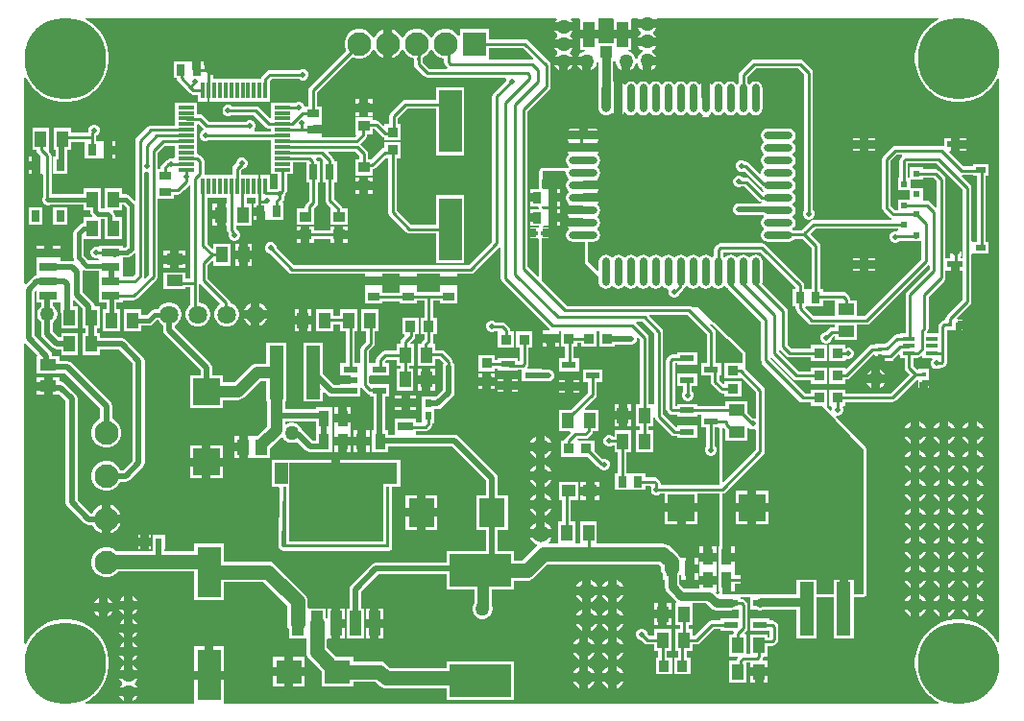
<source format=gtl>
G04*
G04 #@! TF.GenerationSoftware,Altium Limited,Altium Designer,23.0.1 (38)*
G04*
G04 Layer_Physical_Order=1*
G04 Layer_Color=255*
%FSLAX44Y44*%
%MOMM*%
G71*
G04*
G04 #@! TF.SameCoordinates,185929F6-D6CA-45C1-83F6-0EDFB83A3BC2*
G04*
G04*
G04 #@! TF.FilePolarity,Positive*
G04*
G01*
G75*
%ADD15C,0.2540*%
%ADD16R,1.2000X0.6000*%
%ADD17R,2.0000X5.5000*%
%ADD18O,0.7000X2.5000*%
%ADD19O,2.5000X0.7000*%
%ADD20O,0.8000X2.5000*%
%ADD21R,1.0000X1.4500*%
%ADD22R,1.2300X0.6000*%
%ADD23R,0.7800X0.9900*%
%ADD24R,0.9500X0.9000*%
%ADD25R,1.4500X1.0000*%
%ADD26R,1.4750X0.3000*%
%ADD27R,0.3000X1.4750*%
%ADD28R,0.6000X0.6000*%
%ADD29R,0.9000X0.5000*%
%ADD30R,1.4000X0.6000*%
%ADD31R,0.6000X0.7500*%
%ADD32R,2.3700X2.4300*%
%ADD33R,2.1000X4.5000*%
%ADD34R,2.2500X2.0500*%
%ADD35R,1.0200X2.1600*%
%ADD36R,8.3300X6.9900*%
%ADD37R,1.2350X1.9100*%
%ADD38R,1.0000X1.4000*%
%ADD39R,0.9500X1.0000*%
%ADD40R,0.9400X1.4300*%
%ADD41R,0.4200X0.4600*%
%ADD42R,1.2500X0.6000*%
%ADD43R,1.0200X1.4700*%
%ADD44R,0.9000X0.9500*%
%ADD45R,1.1000X0.4000*%
%ADD46R,0.9500X0.9500*%
%ADD47R,0.4600X0.4200*%
%ADD48R,0.9900X0.7800*%
%ADD49R,1.0000X0.9500*%
%ADD50R,0.7000X1.0000*%
%ADD51R,1.5500X0.6500*%
%ADD52R,0.7500X1.4000*%
%ADD53R,2.4300X2.3700*%
%ADD54R,1.0000X1.0500*%
%ADD55R,1.0500X2.2000*%
%ADD56R,2.3000X2.5000*%
%ADD57R,1.3500X0.8000*%
%ADD58R,1.2500X4.7000*%
%ADD59R,0.5500X0.8000*%
%ADD60R,1.2000X1.0500*%
%ADD61R,5.4000X2.9000*%
%ADD113C,0.5080*%
%ADD114C,0.8000*%
%ADD115C,1.2740*%
%ADD116C,0.7620*%
%ADD117C,1.0160*%
%ADD118C,1.2700*%
%ADD119C,0.3810*%
%ADD120C,1.0200*%
%ADD121C,1.5240*%
%ADD122C,2.1000*%
%ADD123R,2.1000X2.1000*%
%ADD124C,7.2000*%
%ADD125C,1.6350*%
%ADD126C,0.5000*%
%ADD127C,1.2700*%
G36*
X820675Y618525D02*
X818001Y617162D01*
X813093Y613597D01*
X808803Y609307D01*
X805238Y604399D01*
X802484Y598994D01*
X800609Y593225D01*
X799660Y587233D01*
Y581167D01*
X800609Y575175D01*
X802484Y569406D01*
X805238Y564001D01*
X808803Y559093D01*
X813093Y554803D01*
X818001Y551238D01*
X823406Y548484D01*
X829175Y546609D01*
X835167Y545660D01*
X841233D01*
X847225Y546609D01*
X852994Y548484D01*
X858399Y551238D01*
X863307Y554803D01*
X867597Y559093D01*
X871162Y564001D01*
X872324Y566279D01*
X873559Y565984D01*
X873762Y357622D01*
X873547Y69040D01*
X872311Y68744D01*
X871162Y70999D01*
X867597Y75907D01*
X863307Y80197D01*
X858399Y83762D01*
X852994Y86516D01*
X847225Y88391D01*
X841233Y89340D01*
X835167D01*
X829175Y88391D01*
X823406Y86516D01*
X818001Y83762D01*
X813093Y80197D01*
X808803Y75907D01*
X805238Y70999D01*
X802484Y65594D01*
X800609Y59825D01*
X799660Y53833D01*
Y47767D01*
X800609Y41775D01*
X802484Y36006D01*
X805238Y30601D01*
X808803Y25693D01*
X813093Y21403D01*
X818001Y17838D01*
X820675Y16475D01*
X820379Y15240D01*
X190706Y15240D01*
Y36466D01*
X177666D01*
X164626D01*
Y15240D01*
X68622D01*
X68325Y16475D01*
X70999Y17838D01*
X75907Y21403D01*
X80197Y25693D01*
X83762Y30601D01*
X86516Y36006D01*
X88391Y41775D01*
X89340Y47767D01*
Y53833D01*
X88391Y59825D01*
X86516Y65594D01*
X83762Y70999D01*
X80197Y75907D01*
X75907Y80197D01*
X70999Y83762D01*
X65594Y86516D01*
X59825Y88391D01*
X53833Y89340D01*
X47767D01*
X41775Y88391D01*
X36006Y86516D01*
X30601Y83762D01*
X25693Y80197D01*
X21403Y75907D01*
X17838Y70999D01*
X16149Y67685D01*
X14879Y67990D01*
X14879Y332116D01*
X16052Y332602D01*
X26240Y322415D01*
X25856Y321490D01*
X25856D01*
Y306410D01*
X45437D01*
Y306556D01*
X50698D01*
X81759Y275495D01*
Y265941D01*
X79037Y264370D01*
X76609Y261942D01*
X74892Y258968D01*
X74004Y255652D01*
Y252218D01*
X74892Y248902D01*
X76609Y245928D01*
X79037Y243500D01*
X82010Y241784D01*
X85327Y240895D01*
X88760D01*
X92077Y241784D01*
X95050Y243500D01*
X97478Y245928D01*
X99195Y248902D01*
X100084Y252218D01*
Y255652D01*
X99195Y258968D01*
X97478Y261942D01*
X95050Y264370D01*
X92118Y266063D01*
Y277641D01*
X91724Y279623D01*
X90601Y281303D01*
X56506Y315398D01*
X54826Y316521D01*
X52844Y316915D01*
X45437D01*
Y321490D01*
X39360D01*
Y321798D01*
X38966Y323780D01*
X37843Y325461D01*
X23503Y339801D01*
Y378062D01*
X24515Y379075D01*
X25688Y378588D01*
Y368882D01*
X29689D01*
Y365910D01*
X29410Y365749D01*
X27755Y364094D01*
X26585Y362067D01*
X25979Y359806D01*
Y357465D01*
X26585Y355204D01*
X27755Y353177D01*
X29410Y351521D01*
X29689Y351360D01*
Y341051D01*
X30083Y339069D01*
X31206Y337389D01*
X39518Y329078D01*
X39518Y329077D01*
X41198Y327955D01*
X43180Y327561D01*
X47120D01*
Y322433D01*
X62200D01*
Y342013D01*
X47120D01*
Y337920D01*
X45325D01*
X40048Y343197D01*
Y351360D01*
X40327Y351521D01*
X41982Y353177D01*
X43153Y355204D01*
X43759Y357465D01*
Y359806D01*
X43153Y362067D01*
X41982Y364094D01*
X40327Y365749D01*
X40048Y365910D01*
Y368882D01*
X46268D01*
X47021Y367923D01*
Y360310D01*
X47120Y359809D01*
Y345810D01*
X62200D01*
Y365390D01*
X57379D01*
Y370379D01*
X58650Y370906D01*
X66120Y363435D01*
Y345810D01*
X68481D01*
Y342013D01*
X66120D01*
Y322433D01*
X81200D01*
Y327043D01*
X98320D01*
X110374Y314989D01*
Y229459D01*
X101930Y221015D01*
X99110D01*
X97478Y223842D01*
X95050Y226270D01*
X92077Y227987D01*
X88760Y228875D01*
X85327D01*
X82010Y227987D01*
X79037Y226270D01*
X76609Y223842D01*
X74892Y220868D01*
X74004Y217552D01*
Y214118D01*
X74892Y210802D01*
X76609Y207828D01*
X79037Y205401D01*
X82010Y203684D01*
X85327Y202795D01*
X88760D01*
X92077Y203684D01*
X95050Y205401D01*
X97478Y207828D01*
X99110Y210656D01*
X104075D01*
X106057Y211050D01*
X107738Y212173D01*
X119216Y223651D01*
X120339Y225332D01*
X120733Y227314D01*
Y317134D01*
X120339Y319116D01*
X119216Y320797D01*
X119216Y320797D01*
X104128Y335885D01*
X102447Y337008D01*
X100465Y337402D01*
X81200D01*
Y342013D01*
X78840D01*
Y345810D01*
X81200D01*
Y365390D01*
X76728D01*
X76348Y367299D01*
X75225Y368980D01*
X66457Y377748D01*
Y395923D01*
X66335Y396535D01*
X67478Y397299D01*
X67726Y397133D01*
X69461Y396788D01*
X80688D01*
Y394282D01*
X80688D01*
Y393162D01*
X80688D01*
Y381582D01*
X80688D01*
Y380462D01*
X80688D01*
Y368882D01*
X86908D01*
Y362850D01*
X83900D01*
Y343270D01*
X98980D01*
Y362850D01*
X95972D01*
Y368882D01*
X101268D01*
Y370787D01*
X111274D01*
X112760Y371083D01*
X114020Y371925D01*
X131271Y389175D01*
X132113Y390435D01*
X132409Y391922D01*
Y460005D01*
X146726D01*
Y463836D01*
X150154D01*
X151640Y464132D01*
X152900Y464974D01*
X156164Y468238D01*
X156470Y468696D01*
X159945Y472171D01*
X160639Y472038D01*
X161215Y471700D01*
Y389965D01*
X156770D01*
Y395417D01*
X137190D01*
Y380337D01*
X156770D01*
Y382195D01*
X161215D01*
Y366803D01*
X161061Y366714D01*
X159066Y364719D01*
X157655Y362276D01*
X156925Y359551D01*
Y356729D01*
X157655Y354004D01*
X159066Y351561D01*
X161061Y349566D01*
X163504Y348155D01*
X166229Y347425D01*
X169051D01*
X171776Y348155D01*
X174219Y349566D01*
X176214Y351561D01*
X177625Y354004D01*
X178355Y356729D01*
Y359551D01*
X177625Y362276D01*
X176214Y364719D01*
X174219Y366714D01*
X171776Y368125D01*
X169051Y368855D01*
X168985D01*
Y384646D01*
X169132Y384758D01*
X170255Y385114D01*
X187114Y368255D01*
X186948Y366996D01*
X186461Y366714D01*
X184466Y364719D01*
X183055Y362276D01*
X182325Y359551D01*
Y356729D01*
X183055Y354004D01*
X184466Y351561D01*
X186461Y349566D01*
X188904Y348155D01*
X191629Y347425D01*
X194451D01*
X197176Y348155D01*
X199619Y349566D01*
X201614Y351561D01*
X203025Y354004D01*
X203755Y356729D01*
Y359551D01*
X203025Y362276D01*
X201614Y364719D01*
X199619Y366714D01*
X197176Y368125D01*
X196110Y368410D01*
Y368637D01*
X195814Y370124D01*
X194972Y371384D01*
X176602Y389754D01*
Y401721D01*
X180289Y405408D01*
X181462Y404922D01*
Y401015D01*
X196542D01*
Y420595D01*
X181462D01*
Y416688D01*
X180289Y416202D01*
X176116Y420374D01*
Y459304D01*
X176112Y459325D01*
Y461157D01*
X193533D01*
Y455777D01*
X192004D01*
Y445987D01*
Y436197D01*
X193533D01*
Y432586D01*
X193829Y431099D01*
X194671Y429839D01*
X194964Y429546D01*
X194869Y429317D01*
Y427312D01*
X195636Y425460D01*
X197054Y424042D01*
X198906Y423274D01*
X200911D01*
X202764Y424042D01*
X204182Y425460D01*
X204949Y427312D01*
Y429317D01*
X204182Y431169D01*
X202764Y432587D01*
X202634Y432641D01*
X202185Y433313D01*
X201303Y434195D01*
Y436197D01*
X214734D01*
Y455777D01*
X210895D01*
Y461157D01*
X218315D01*
Y456308D01*
X216430D01*
Y452628D01*
X222870D01*
Y448818D01*
X226680D01*
Y441328D01*
X229160D01*
X229310Y441328D01*
Y441328D01*
X230430D01*
Y441328D01*
X243310D01*
Y456308D01*
X242753D01*
X242267Y457481D01*
X242704Y457918D01*
X243546Y459178D01*
X243841Y460665D01*
Y461816D01*
X243961Y461935D01*
X244728Y463788D01*
Y464338D01*
X244928Y464537D01*
X245770Y465797D01*
X246065Y467284D01*
Y481912D01*
X251940D01*
Y492012D01*
X263042D01*
Y474558D01*
X265744D01*
Y458330D01*
X263207Y455793D01*
X262365Y454533D01*
X262070Y453046D01*
Y451777D01*
X254933D01*
Y437197D01*
X270013D01*
Y451611D01*
X272376Y453974D01*
X273218Y455234D01*
X273514Y456721D01*
Y474558D01*
X275622D01*
Y493638D01*
X272422D01*
X272169Y494906D01*
X271721Y495577D01*
X272400Y496847D01*
X275614D01*
X277917Y494544D01*
X277542Y493638D01*
X277542D01*
Y474558D01*
X280135D01*
Y458766D01*
X280431Y457280D01*
X281273Y456019D01*
X284836Y452456D01*
X284560Y451790D01*
X284560D01*
Y437210D01*
X299640D01*
Y451790D01*
X295055D01*
X294803Y453059D01*
X293961Y454319D01*
X287904Y460375D01*
Y474558D01*
X290122D01*
Y493638D01*
X287717D01*
Y494123D01*
X287421Y495609D01*
X286579Y496870D01*
X282610Y500839D01*
X283096Y502012D01*
X306430D01*
X310228Y498215D01*
Y495196D01*
X306470D01*
Y480616D01*
X321550D01*
Y486276D01*
X322818Y486528D01*
X324079Y487370D01*
X332673Y495964D01*
X335405D01*
Y448618D01*
X335701Y447132D01*
X336543Y445871D01*
X351657Y430758D01*
X352917Y429916D01*
X354403Y429620D01*
X377462D01*
Y403465D01*
X402542D01*
Y463545D01*
X377462D01*
Y437389D01*
X356012D01*
X343175Y450227D01*
Y495964D01*
X346762D01*
Y510044D01*
X332182D01*
Y505026D01*
X330913Y504774D01*
X329653Y503932D01*
X320917Y495196D01*
X317997D01*
Y499824D01*
X317701Y501310D01*
X316859Y502571D01*
X310879Y508551D01*
X315959Y513632D01*
X316801Y514892D01*
X317097Y516379D01*
Y517312D01*
X321550D01*
Y521740D01*
X323177D01*
X329653Y515265D01*
X330913Y514422D01*
X332182Y514170D01*
Y511964D01*
X346762D01*
Y526044D01*
X344135D01*
Y531681D01*
X352129Y539675D01*
X377462D01*
Y498465D01*
X402542D01*
Y558545D01*
X377462D01*
Y547445D01*
X350520D01*
X349033Y547149D01*
X347773Y546307D01*
X337503Y536037D01*
X336661Y534776D01*
X336365Y533290D01*
Y526044D01*
X332182D01*
Y525382D01*
X331009Y524896D01*
X327533Y528372D01*
X326273Y529214D01*
X324787Y529510D01*
X321550D01*
Y531892D01*
X306470D01*
Y517312D01*
X306992D01*
X307478Y516138D01*
X306091Y514751D01*
X277946D01*
X276730Y514880D01*
Y517510D01*
X269240D01*
Y525130D01*
X276730D01*
Y527610D01*
X276730Y527760D01*
X276730D01*
Y528880D01*
X276730D01*
Y541760D01*
X272828D01*
Y554355D01*
X303817Y585343D01*
X304847Y584749D01*
X308163Y583860D01*
X311597D01*
X314913Y584749D01*
X317887Y586465D01*
X320315Y588893D01*
X321883Y591609D01*
X322540Y591745D01*
X322620D01*
X323277Y591609D01*
X324845Y588893D01*
X327273Y586465D01*
X330247Y584749D01*
X331470Y584421D01*
Y596900D01*
Y609379D01*
X330247Y609051D01*
X327273Y607335D01*
X324845Y604907D01*
X323277Y602191D01*
X322620Y602055D01*
X322540D01*
X321883Y602191D01*
X320315Y604907D01*
X317887Y607335D01*
X314913Y609051D01*
X311597Y609940D01*
X308163D01*
X304847Y609051D01*
X301873Y607335D01*
X299445Y604907D01*
X297729Y601933D01*
X296840Y598617D01*
Y595183D01*
X297729Y591867D01*
X298323Y590837D01*
X266197Y558710D01*
X265355Y557450D01*
X265059Y555964D01*
Y541760D01*
X261750D01*
X261249Y542822D01*
X260813Y543875D01*
X259395Y545293D01*
X257542Y546060D01*
X255537D01*
X253685Y545293D01*
X253263Y544870D01*
X251940D01*
Y544991D01*
X232110D01*
Y536912D01*
Y531665D01*
X230936Y531179D01*
X221487Y540629D01*
X220226Y541471D01*
X218740Y541766D01*
X197624D01*
X197236Y542154D01*
X195383Y542922D01*
X193378D01*
X191526Y542154D01*
X190108Y540737D01*
X189341Y538884D01*
Y536879D01*
X190108Y535027D01*
X191526Y533609D01*
X193378Y532842D01*
X195383D01*
X197236Y533609D01*
X197624Y533997D01*
X217131D01*
X227978Y523150D01*
X229238Y522308D01*
X230725Y522012D01*
X232110D01*
Y519815D01*
X217822D01*
X217296Y521085D01*
X217840Y521629D01*
X218607Y523481D01*
Y525486D01*
X217840Y527339D01*
X216422Y528757D01*
X214569Y529524D01*
X212564D01*
X210712Y528757D01*
X210255Y528299D01*
X177141D01*
X171837Y533603D01*
X170577Y534445D01*
X169090Y534740D01*
X167180D01*
Y544991D01*
X147350D01*
Y536912D01*
Y524781D01*
X126181D01*
X124694Y524486D01*
X123434Y523644D01*
X113839Y514049D01*
X112997Y512789D01*
X112701Y511302D01*
Y459384D01*
X111431Y458858D01*
X107345Y462945D01*
X105874Y463927D01*
X104140Y464272D01*
X100860D01*
Y469530D01*
X85780D01*
Y451572D01*
X81947D01*
Y456645D01*
X81860Y457083D01*
Y469530D01*
X66780D01*
Y464272D01*
X38766D01*
Y498056D01*
X38470Y499543D01*
X37628Y500803D01*
X36307Y502124D01*
X36790Y503290D01*
X36790D01*
Y522870D01*
X21710D01*
Y503290D01*
X25589D01*
X25841Y502021D01*
X26683Y500761D01*
X28871Y498573D01*
X28620Y497968D01*
Y489860D01*
Y482320D01*
X30850D01*
X30997Y481111D01*
Y462158D01*
X31032Y461979D01*
X30520Y460742D01*
Y458737D01*
X31287Y456885D01*
X32705Y455467D01*
X34557Y454700D01*
X36562D01*
X37789Y455208D01*
X66780D01*
Y449950D01*
X72883D01*
Y448900D01*
X73228Y447165D01*
X74210Y445695D01*
X74602Y445303D01*
X74116Y444130D01*
X66780D01*
Y439897D01*
X66735Y438692D01*
X65001Y438347D01*
X63530Y437364D01*
X63530Y437364D01*
X59190Y433024D01*
X58207Y431554D01*
X57862Y429819D01*
Y408386D01*
X58207Y406652D01*
X58468Y406262D01*
X57704Y405119D01*
X57150Y405229D01*
X47339D01*
X46268Y405862D01*
Y406982D01*
X46268Y407132D01*
Y408962D01*
X35978D01*
X25688D01*
Y407132D01*
X25688Y406982D01*
Y405862D01*
X25688Y405712D01*
Y394282D01*
X25688D01*
Y393784D01*
X25550Y393046D01*
X24745Y392374D01*
X23469Y392120D01*
X21788Y390998D01*
X16052Y385261D01*
X14879Y385747D01*
Y567010D01*
X16149Y567315D01*
X17838Y564001D01*
X21403Y559093D01*
X25693Y554803D01*
X30601Y551238D01*
X36006Y548484D01*
X41775Y546609D01*
X47767Y545660D01*
X53833D01*
X59825Y546609D01*
X65594Y548484D01*
X70999Y551238D01*
X75907Y554803D01*
X80197Y559093D01*
X83762Y564001D01*
X86516Y569406D01*
X88391Y575175D01*
X89340Y581167D01*
Y587233D01*
X88391Y593225D01*
X86516Y598994D01*
X83762Y604399D01*
X80197Y609307D01*
X75907Y613597D01*
X70999Y617162D01*
X68325Y618525D01*
X68621Y619760D01*
X483472D01*
X483998Y618490D01*
X483106Y617599D01*
X482154Y615950D01*
X498286D01*
X497334Y617599D01*
X496442Y618490D01*
X496968Y619760D01*
X504089D01*
X504843Y618802D01*
X504843Y618490D01*
Y609072D01*
X512633D01*
X520423D01*
Y618490D01*
X520423Y618802D01*
X521177Y619760D01*
X533588D01*
X534343Y618802D01*
X534343Y618490D01*
Y609072D01*
X542133D01*
X549923D01*
Y618490D01*
X549923Y618802D01*
X550677Y619760D01*
X555170D01*
X555805Y618660D01*
X555560Y618236D01*
X571692D01*
X571447Y618660D01*
X572082Y619760D01*
X820379D01*
X820675Y618525D01*
D02*
G37*
G36*
X147350Y496410D02*
X146080Y495562D01*
X145349Y495864D01*
X143344D01*
X141492Y495097D01*
X140329Y493935D01*
X139081Y493101D01*
X135882Y489902D01*
X135040Y488642D01*
X134745Y487155D01*
Y486885D01*
X132409D01*
Y500803D01*
X138618Y507012D01*
X147350D01*
Y496410D01*
D02*
G37*
G36*
X172438Y522015D02*
X172338Y520818D01*
X172190Y520538D01*
X171465Y520237D01*
X170047Y518820D01*
X169280Y516967D01*
Y514962D01*
X170047Y513110D01*
X171465Y511692D01*
X173318Y510925D01*
X175323D01*
X177175Y511692D01*
X177529Y512046D01*
X232110D01*
Y501912D01*
Y491912D01*
Y481912D01*
X238296D01*
Y469669D01*
X236833Y469063D01*
X236567Y468796D01*
X231185D01*
Y480987D01*
X223104D01*
Y471072D01*
X221185D01*
Y480987D01*
X206029D01*
Y485214D01*
X207278Y486462D01*
X207392D01*
X209244Y487229D01*
X210662Y488647D01*
X211429Y490500D01*
Y492505D01*
X210662Y494357D01*
X209244Y495775D01*
X207392Y496542D01*
X205387D01*
X203534Y495775D01*
X202116Y494357D01*
X201349Y492505D01*
Y491521D01*
X199398Y489570D01*
X198556Y488310D01*
X198260Y486823D01*
Y480987D01*
X174033D01*
X173228Y481968D01*
X173303Y482346D01*
Y493522D01*
X173007Y495009D01*
X172165Y496269D01*
X169790Y498644D01*
X168530Y499486D01*
X167180Y499754D01*
Y506912D01*
Y516912D01*
Y525477D01*
X168450Y526003D01*
X172438Y522015D01*
D02*
G37*
G36*
X104688Y452783D02*
Y418437D01*
X103554Y417304D01*
X101268D01*
Y418562D01*
X80688D01*
Y418313D01*
X79632Y417607D01*
X79191Y417790D01*
X77186D01*
X75333Y417023D01*
X73916Y415605D01*
X73148Y413753D01*
Y411748D01*
X73916Y409895D01*
X75333Y408477D01*
X77186Y407710D01*
X79191D01*
X79632Y407893D01*
X79818Y407769D01*
X80688Y406982D01*
X80349Y405852D01*
X71338D01*
X66926Y410264D01*
Y424550D01*
X81860D01*
Y442508D01*
X85697D01*
Y437431D01*
X85780Y437013D01*
Y424550D01*
X100860D01*
Y444130D01*
X94761D01*
Y445180D01*
X94416Y446914D01*
X93434Y448385D01*
X93434Y448385D01*
X93042Y448777D01*
X93528Y449950D01*
X100860D01*
Y455208D01*
X102263D01*
X104688Y452783D01*
D02*
G37*
G36*
X112701Y411836D02*
Y393531D01*
X110427Y391256D01*
X101268D01*
Y393162D01*
X101269D01*
Y394282D01*
X101268D01*
Y405862D01*
X101269D01*
Y406970D01*
X101298Y408240D01*
X105432D01*
X107166Y408585D01*
X108636Y409567D01*
X111431Y412362D01*
X112701Y411836D01*
D02*
G37*
G36*
X124639Y483268D02*
Y393531D01*
X121452Y390343D01*
X120281Y390969D01*
X120471Y391922D01*
Y483272D01*
X121426Y483910D01*
X123431D01*
X123583Y483973D01*
X124639Y483268D01*
D02*
G37*
%LPC*%
G36*
X424520Y609940D02*
X398440D01*
Y604112D01*
X397170Y603772D01*
X396515Y604907D01*
X394087Y607335D01*
X391113Y609051D01*
X387797Y609940D01*
X384363D01*
X381047Y609051D01*
X378073Y607335D01*
X375645Y604907D01*
X374077Y602191D01*
X373420Y602055D01*
X373340D01*
X372683Y602191D01*
X371115Y604907D01*
X368687Y607335D01*
X365713Y609051D01*
X362397Y609940D01*
X358963D01*
X355647Y609051D01*
X352673Y607335D01*
X350245Y604907D01*
X348677Y602191D01*
X348020Y602055D01*
X347940D01*
X347283Y602191D01*
X345715Y604907D01*
X343287Y607335D01*
X340313Y609051D01*
X339090Y609379D01*
Y596900D01*
Y584421D01*
X340313Y584749D01*
X343287Y586465D01*
X345715Y588893D01*
X347283Y591609D01*
X347940Y591745D01*
X348020D01*
X348677Y591609D01*
X350245Y588893D01*
X352673Y586465D01*
X355647Y584749D01*
X357379Y584285D01*
X357383Y584281D01*
X358149Y583213D01*
X358184Y583130D01*
X358256Y581862D01*
X358256Y578589D01*
X358552Y577102D01*
X359394Y575842D01*
X360138Y575098D01*
X360138Y575098D01*
X367052Y568184D01*
X368312Y567342D01*
X369799Y567047D01*
X438982D01*
X439830Y565777D01*
X439460Y564883D01*
Y564334D01*
X428291Y553165D01*
X427449Y551905D01*
X427153Y550418D01*
Y422487D01*
X406457Y401790D01*
X252317D01*
X236808Y417300D01*
Y417849D01*
X236040Y419701D01*
X234623Y421119D01*
X232770Y421886D01*
X230765D01*
X228913Y421119D01*
X227495Y419701D01*
X226728Y417849D01*
Y415843D01*
X227495Y413991D01*
X228913Y412573D01*
X230765Y411806D01*
X231314D01*
X247961Y395159D01*
X249221Y394317D01*
X250708Y394021D01*
X315023D01*
Y391810D01*
X330004D01*
Y394021D01*
X345570D01*
Y391810D01*
X360550D01*
Y394021D01*
X381130D01*
Y391810D01*
X396110D01*
Y394021D01*
X408066D01*
X409552Y394317D01*
X410812Y395159D01*
X433412Y417759D01*
X434682Y417233D01*
Y389983D01*
X434978Y388496D01*
X435820Y387236D01*
X477441Y345615D01*
X477907Y345303D01*
X477522Y344033D01*
X471725D01*
Y340553D01*
X478765D01*
X485805D01*
Y343577D01*
X486765Y344123D01*
X487725Y343577D01*
Y329453D01*
X491415D01*
Y319296D01*
X485965D01*
Y308216D01*
X503545D01*
Y319296D01*
X499185D01*
Y329453D01*
X501805D01*
Y332859D01*
X505331D01*
Y329453D01*
X519411D01*
X519411Y343577D01*
X520371Y344123D01*
X521331Y343577D01*
Y329453D01*
X535411D01*
Y331772D01*
X549487D01*
X549561Y331757D01*
X550263Y331897D01*
X550564D01*
X550842Y332012D01*
X551543Y332151D01*
X552138Y332549D01*
X552416Y332664D01*
X552629Y332877D01*
X553224Y333274D01*
X553621Y333869D01*
X553834Y334082D01*
X553949Y334360D01*
X554347Y334954D01*
X554486Y335656D01*
X554601Y335934D01*
Y336235D01*
X554741Y336936D01*
X554693Y337177D01*
X555842Y337791D01*
X555871Y337795D01*
X557455Y336211D01*
Y279030D01*
X553800D01*
Y259450D01*
X557455D01*
Y256170D01*
X553800D01*
Y236590D01*
X568880D01*
Y256170D01*
X565225D01*
Y259450D01*
X568880D01*
Y268079D01*
X570143Y268097D01*
X570438Y266610D01*
X571280Y265350D01*
X584717Y251913D01*
X585978Y251071D01*
X587464Y250775D01*
X590310D01*
Y249120D01*
X607690D01*
Y260200D01*
X590310D01*
Y258625D01*
X589040Y258578D01*
X577912Y269706D01*
Y342913D01*
X577616Y344399D01*
X576774Y345660D01*
X565574Y356860D01*
X566060Y358033D01*
X599133D01*
X616315Y340851D01*
Y315420D01*
X611510D01*
Y304340D01*
X619707D01*
Y298797D01*
X620003Y297310D01*
X620845Y296050D01*
X627051Y289844D01*
X628311Y289002D01*
X629797Y288706D01*
X632069D01*
Y285579D01*
X646649D01*
Y299659D01*
X632069D01*
Y297609D01*
X630799Y297083D01*
X627477Y300406D01*
Y304340D01*
X628890D01*
Y315420D01*
X624085D01*
Y342460D01*
X623789Y343947D01*
X622947Y345207D01*
X618987Y349167D01*
X619873Y350077D01*
X647396Y323983D01*
Y316620D01*
X646649Y315659D01*
X632069D01*
Y301579D01*
X646649D01*
Y301579D01*
X647367Y301877D01*
X659534Y289710D01*
Y267280D01*
X658478Y266575D01*
X658070Y266744D01*
X657026D01*
X652156Y271614D01*
Y281200D01*
X632576D01*
Y277545D01*
X607690D01*
Y279200D01*
X590310D01*
Y277545D01*
X588133D01*
Y315088D01*
X590310D01*
Y313840D01*
X607690D01*
Y324920D01*
X590310D01*
Y322857D01*
X585736D01*
X584249Y322561D01*
X582989Y321719D01*
X581501Y320231D01*
X580659Y318971D01*
X580363Y317484D01*
Y275148D01*
X580659Y273661D01*
X581501Y272401D01*
X582989Y270913D01*
X584249Y270071D01*
X585736Y269775D01*
X590310D01*
Y268120D01*
X607690D01*
Y269775D01*
X610271D01*
X611510Y269700D01*
Y258620D01*
X615875D01*
Y242003D01*
X615487Y241615D01*
X614720Y239762D01*
Y237757D01*
X615487Y235905D01*
X616905Y234487D01*
X618758Y233720D01*
X620762D01*
X622615Y234487D01*
X624033Y235905D01*
X624800Y237757D01*
Y239762D01*
X624033Y241615D01*
X623645Y242003D01*
Y258620D01*
X625913D01*
X626264Y258498D01*
X627090Y257865D01*
Y210563D01*
X627287Y209571D01*
X627662Y209010D01*
X627279Y208011D01*
X627084Y207764D01*
X575399D01*
Y209332D01*
X575103Y210819D01*
X574261Y212079D01*
X572773Y213567D01*
X571513Y214409D01*
X570026Y214705D01*
X562080D01*
Y218310D01*
X549350D01*
X549200Y218310D01*
X548080D01*
X547930Y218310D01*
X545525D01*
Y236590D01*
X549880D01*
Y256170D01*
X534800D01*
Y250587D01*
X533530Y250579D01*
X533147Y250962D01*
X531295Y251729D01*
X529290D01*
X527438Y250962D01*
X526020Y249544D01*
X525252Y247692D01*
Y245687D01*
X526020Y243834D01*
X527438Y242417D01*
X529290Y241649D01*
X531295D01*
X533147Y242417D01*
X533530Y242799D01*
X534800Y242792D01*
Y236590D01*
X537755D01*
Y218310D01*
X535200D01*
Y203330D01*
X547930D01*
X548080Y203330D01*
X549200D01*
X549350Y203330D01*
X562080D01*
Y206935D01*
X566421D01*
X567269Y205665D01*
X566945Y204882D01*
Y202877D01*
X567712Y201025D01*
X569130Y199607D01*
X570982Y198840D01*
X572987D01*
X574840Y199607D01*
X575228Y199995D01*
X579250D01*
Y191770D01*
X593640D01*
X608030D01*
Y199995D01*
X627090D01*
Y154010D01*
X626420D01*
Y134630D01*
X626420D01*
Y133690D01*
X626420D01*
Y114310D01*
X627090D01*
Y112154D01*
X626071Y111618D01*
X625860Y111589D01*
X624101Y113347D01*
X624500Y114310D01*
X624500D01*
Y120190D01*
X617260D01*
X610020D01*
Y116370D01*
X596352D01*
X592217Y120505D01*
Y128631D01*
X592743Y129161D01*
X594013Y128638D01*
Y124184D01*
X597443D01*
Y133874D01*
Y143563D01*
X594331D01*
X594013Y143563D01*
X592850Y143821D01*
X592618Y144379D01*
X591193Y146236D01*
X584056Y153374D01*
X582199Y154799D01*
X580036Y155695D01*
X577715Y156000D01*
X520583D01*
X519487Y156419D01*
Y175499D01*
X504407D01*
Y156419D01*
X503310Y156000D01*
X501583D01*
X500487Y156419D01*
X500486Y157270D01*
Y175499D01*
X496446D01*
Y194637D01*
X503045D01*
Y210217D01*
X485965D01*
Y194637D01*
X488677D01*
Y175499D01*
X485406D01*
Y157270D01*
X485406Y156419D01*
X484310Y156000D01*
X476863D01*
X476439Y157270D01*
X478030Y158862D01*
X479368Y161178D01*
X479398Y161290D01*
X460402D01*
X460432Y161178D01*
X461770Y158862D01*
X463662Y156970D01*
X465978Y155632D01*
X466703Y155438D01*
X466980Y154049D01*
X466100Y153374D01*
X461084Y148358D01*
X454012Y141287D01*
X446100D01*
Y149360D01*
X432101D01*
Y168458D01*
X440961D01*
Y198538D01*
X432101D01*
Y214211D01*
X431707Y216194D01*
X430584Y217874D01*
X397832Y250626D01*
X396151Y251749D01*
X394169Y252143D01*
X360892D01*
X359914Y252847D01*
X359914Y253413D01*
Y255195D01*
X368126D01*
X369613Y255491D01*
X370873Y256333D01*
X373587Y259047D01*
X374429Y260307D01*
X374725Y261794D01*
Y262530D01*
X376380D01*
Y274641D01*
X378920D01*
X380902Y275035D01*
X382583Y276157D01*
X392282Y285858D01*
X393405Y287538D01*
X393800Y289520D01*
Y312420D01*
X393660Y313121D01*
Y313423D01*
X393545Y313701D01*
X393405Y314402D01*
X393008Y314997D01*
X392893Y315275D01*
X392680Y315488D01*
X392505Y315750D01*
Y316351D01*
X392209Y317837D01*
X391367Y319098D01*
X384966Y325499D01*
X383706Y326340D01*
X382219Y326636D01*
X376822D01*
Y332151D01*
X375440D01*
X374925Y333116D01*
X374893Y333421D01*
X375168Y334804D01*
Y340440D01*
X378510D01*
Y355520D01*
X375105D01*
Y370115D01*
X381130D01*
Y367560D01*
X396110D01*
Y380290D01*
X396110Y380440D01*
Y381560D01*
X396110Y381710D01*
Y384190D01*
X381130D01*
Y381710D01*
X381130Y381560D01*
Y380440D01*
X381130Y380290D01*
Y377885D01*
X360550D01*
Y380290D01*
X360550Y380440D01*
Y381560D01*
X360550Y381710D01*
Y384190D01*
X345570D01*
Y381710D01*
X345570Y381560D01*
Y380440D01*
X345570Y380290D01*
Y377667D01*
X330004D01*
Y380290D01*
X330004Y380440D01*
Y381560D01*
X330004Y381710D01*
Y384190D01*
X315023D01*
Y381710D01*
X315023Y381560D01*
Y380440D01*
X315023Y380290D01*
Y367560D01*
X330004D01*
Y369898D01*
X345570D01*
Y367560D01*
X360550D01*
Y370115D01*
X367335D01*
Y355520D01*
X363930D01*
Y340440D01*
X367399D01*
Y336413D01*
X365666Y334679D01*
X364824Y333419D01*
X364572Y332151D01*
X361742D01*
Y312571D01*
X376822D01*
Y318867D01*
X380610D01*
X384305Y315172D01*
X384232Y314997D01*
X383835Y314402D01*
X383695Y313701D01*
X383580Y313423D01*
Y313121D01*
X383441Y312420D01*
Y291665D01*
X377650Y285875D01*
X376380Y286110D01*
Y286110D01*
X365300D01*
Y273530D01*
Y262965D01*
X359914D01*
Y265927D01*
X341334D01*
Y253413D01*
X341334Y252847D01*
X340355Y252143D01*
X335480D01*
Y256070D01*
X333226D01*
Y285395D01*
X336500D01*
Y296475D01*
X320107D01*
X318845Y297737D01*
Y303363D01*
X319420Y304395D01*
X320115Y304395D01*
X336500D01*
Y315475D01*
X332566D01*
X332399Y316745D01*
X334011Y318357D01*
X342742D01*
Y312571D01*
X346635D01*
Y310566D01*
X342667D01*
Y290986D01*
X357747D01*
Y310566D01*
X354405D01*
Y312571D01*
X357822D01*
Y332151D01*
X355533D01*
X355007Y333421D01*
X358009Y336423D01*
X358851Y337683D01*
X359147Y339170D01*
Y340440D01*
X362510D01*
Y355520D01*
X347930D01*
Y340440D01*
X349379D01*
X349865Y339267D01*
X347535Y336936D01*
X346693Y335676D01*
X346397Y334189D01*
Y332151D01*
X342742D01*
Y326126D01*
X332401D01*
X330915Y325830D01*
X329655Y324988D01*
X325649Y320983D01*
X324807Y319722D01*
X324511Y318236D01*
Y315475D01*
X319420Y315475D01*
X318845Y316507D01*
Y326051D01*
X322787Y329993D01*
X323629Y331253D01*
X323925Y332740D01*
Y343270D01*
X326920D01*
Y362850D01*
X311840D01*
Y343270D01*
X316155D01*
Y334349D01*
X312213Y330407D01*
X311371Y329147D01*
X311075Y327660D01*
Y316507D01*
X310500Y315475D01*
X309805Y315475D01*
X305845D01*
Y343270D01*
X307920D01*
Y362850D01*
X292840D01*
Y357137D01*
X286940D01*
Y362850D01*
X271860D01*
Y343270D01*
X286940D01*
Y349368D01*
X292840D01*
Y343270D01*
X298075D01*
Y315475D01*
X293420D01*
Y304395D01*
Y304245D01*
X301960D01*
Y296625D01*
X293420D01*
Y296114D01*
X287791D01*
X278030Y305875D01*
Y333380D01*
X260450D01*
Y281300D01*
X278030D01*
Y289566D01*
X279203Y290052D01*
X281983Y287272D01*
X283663Y286150D01*
X285645Y285755D01*
X293420D01*
Y285395D01*
X310500D01*
Y293659D01*
X311770Y294044D01*
X312213Y293381D01*
X316891Y288703D01*
X318151Y287861D01*
X319420Y287609D01*
Y285395D01*
X322867D01*
Y256070D01*
X321000D01*
Y236690D01*
X335480D01*
Y241784D01*
X392024D01*
X421742Y212066D01*
Y198538D01*
X412881D01*
Y168458D01*
X421742D01*
Y149360D01*
X387020D01*
Y139125D01*
X324445D01*
X322463Y138731D01*
X320783Y137608D01*
X302784Y119609D01*
X301661Y117928D01*
X301267Y115946D01*
Y99091D01*
X298806D01*
Y72411D01*
X314086D01*
Y99091D01*
X311626D01*
Y113801D01*
X326591Y128766D01*
X387020D01*
Y115280D01*
X411414D01*
Y103883D01*
X410368Y102070D01*
X409762Y99809D01*
Y97468D01*
X410368Y95207D01*
X411538Y93180D01*
X413193Y91525D01*
X415220Y90355D01*
X417481Y89749D01*
X419822D01*
X422083Y90355D01*
X424110Y91525D01*
X425765Y93180D01*
X426936Y95207D01*
X427542Y97468D01*
Y99809D01*
X426936Y102070D01*
X426786Y102330D01*
Y115280D01*
X446100D01*
Y123353D01*
X457727D01*
X460047Y123659D01*
X462210Y124555D01*
X464067Y125980D01*
X473765Y135677D01*
X476154Y138067D01*
X574001D01*
X575886Y136182D01*
Y133874D01*
X576192Y131553D01*
X577088Y129390D01*
X577613Y128706D01*
Y124184D01*
X579268D01*
Y117823D01*
X579761Y115345D01*
X581165Y113245D01*
X589092Y105318D01*
X589507Y105040D01*
X589122Y103770D01*
X588700D01*
Y84190D01*
X592355D01*
Y80660D01*
X588700D01*
Y61580D01*
X590855D01*
Y55800D01*
X587450D01*
Y40720D01*
X602030D01*
Y55800D01*
X598625D01*
Y61580D01*
X603780D01*
Y67235D01*
X607060D01*
X608547Y67531D01*
X609807Y68373D01*
X622029Y80595D01*
X628700D01*
Y78940D01*
X638981D01*
X639771Y77670D01*
X639571Y76668D01*
Y76173D01*
X635916D01*
Y56593D01*
X643098D01*
X643301Y56103D01*
X643493Y55323D01*
X642732Y54184D01*
X642490Y52970D01*
X635740D01*
Y33390D01*
X650820D01*
Y51119D01*
X654740D01*
Y46990D01*
X662280D01*
X669820D01*
Y52970D01*
X665877D01*
X665255Y54240D01*
X665766Y55005D01*
X666062Y56492D01*
Y56593D01*
X669996D01*
Y65888D01*
X674010D01*
X675496Y66184D01*
X676757Y67026D01*
X678244Y68514D01*
X679087Y69774D01*
X679382Y71261D01*
Y82992D01*
X679087Y84479D01*
X678244Y85739D01*
X676757Y87227D01*
X675496Y88069D01*
X674010Y88365D01*
X671780D01*
Y90170D01*
X663240D01*
X654700D01*
Y88440D01*
Y78940D01*
X671613D01*
Y73658D01*
X669996D01*
Y76173D01*
X654916D01*
Y58889D01*
X650996D01*
Y76173D01*
X650114D01*
X649628Y77346D01*
X651298Y79017D01*
X652140Y80277D01*
X652436Y81763D01*
Y102020D01*
X652140Y103506D01*
X651298Y104766D01*
X649810Y106254D01*
X648550Y107096D01*
X647063Y107392D01*
X645780D01*
Y109020D01*
X646988Y109170D01*
X653492D01*
X654700Y109020D01*
Y97940D01*
Y97790D01*
X660325D01*
X660762Y97498D01*
X663240Y97005D01*
X665718Y97498D01*
X666155Y97790D01*
X671780D01*
Y97794D01*
X695509D01*
Y72330D01*
X713089D01*
Y109170D01*
X728009D01*
Y72330D01*
X745589D01*
Y109170D01*
X754591D01*
X755582Y109367D01*
X756422Y109929D01*
X756983Y110769D01*
X757180Y111760D01*
Y238760D01*
X757088Y239224D01*
X757008Y239690D01*
X756990Y239718D01*
X756983Y239751D01*
X756721Y240144D01*
X756468Y240544D01*
X730275Y268107D01*
X730281Y268132D01*
X730912Y269280D01*
X732523D01*
X734375Y270047D01*
X735793Y271465D01*
X736560Y273318D01*
Y275322D01*
X736165Y276276D01*
X737014Y277546D01*
X738236D01*
Y280951D01*
X780105D01*
X781592Y281247D01*
X782852Y282089D01*
X801709Y300946D01*
X802979Y300420D01*
Y293794D01*
X803809D01*
Y298634D01*
X807619D01*
Y300394D01*
X812259D01*
Y300394D01*
Y310074D01*
X802979D01*
Y310035D01*
X801709Y309509D01*
X798426Y312792D01*
Y319293D01*
X802581D01*
Y320155D01*
X803850Y320407D01*
X805110Y321250D01*
X805328Y321467D01*
X806501Y320981D01*
Y319293D01*
X814612D01*
X815098Y318120D01*
X814863Y317886D01*
X814096Y316033D01*
Y314028D01*
X814863Y312176D01*
X816281Y310758D01*
X818133Y309991D01*
X820139D01*
X821991Y310758D01*
X822548Y311315D01*
X822811D01*
X824297Y311611D01*
X825557Y312453D01*
X827045Y313941D01*
X827887Y315201D01*
X828183Y316688D01*
Y344478D01*
X835426D01*
Y349118D01*
X837186D01*
Y352929D01*
X842026D01*
Y353759D01*
X837268D01*
X836782Y354932D01*
X848567Y366717D01*
X849409Y367977D01*
X849705Y369464D01*
Y411264D01*
X850560Y412180D01*
X864640D01*
Y422260D01*
X862405D01*
Y480280D01*
X864640D01*
Y490360D01*
X850560D01*
Y489025D01*
X842349D01*
X829767Y501607D01*
X830253Y502780D01*
X831290D01*
Y508320D01*
Y513860D01*
X825560D01*
Y507104D01*
X824787Y506691D01*
X824290Y506540D01*
X822960Y506805D01*
X782320D01*
X780833Y506509D01*
X779573Y505667D01*
X771953Y498047D01*
X771111Y496787D01*
X770815Y495300D01*
Y452120D01*
X771111Y450633D01*
X771953Y449373D01*
X777753Y443573D01*
X778795Y442877D01*
X778680Y441858D01*
X778584Y441607D01*
X710365D01*
X708878Y441311D01*
X707618Y440469D01*
X699634Y432485D01*
X692719D01*
X692621Y432631D01*
X691858Y433141D01*
Y434411D01*
X692621Y434922D01*
X693956Y436920D01*
X694425Y439276D01*
X693956Y441633D01*
X692621Y443631D01*
X691858Y444141D01*
Y445411D01*
X692621Y445922D01*
X693956Y447920D01*
X694425Y450276D01*
X693956Y452633D01*
X692621Y454631D01*
X691858Y455141D01*
Y456411D01*
X692621Y456922D01*
X693956Y458920D01*
X694425Y461276D01*
X693956Y463633D01*
X692621Y465631D01*
X691858Y466141D01*
Y467411D01*
X692621Y467922D01*
X693956Y469920D01*
X694425Y472276D01*
X693956Y474633D01*
X692621Y476631D01*
X691858Y477141D01*
Y478411D01*
X692621Y478922D01*
X693956Y480920D01*
X694425Y483276D01*
X693956Y485633D01*
X692621Y487631D01*
X691858Y488141D01*
Y489411D01*
X692621Y489922D01*
X693956Y491920D01*
X694425Y494276D01*
X693956Y496633D01*
X692621Y498631D01*
X691858Y499141D01*
Y500411D01*
X692621Y500922D01*
X693956Y502920D01*
X694425Y505276D01*
X693956Y507633D01*
X692621Y509631D01*
X691858Y510141D01*
Y511411D01*
X692621Y511922D01*
X693956Y513920D01*
X694425Y516276D01*
X693956Y518633D01*
X692621Y520631D01*
X690623Y521966D01*
X688267Y522435D01*
X670267D01*
X667910Y521966D01*
X665912Y520631D01*
X664577Y518633D01*
X664108Y516276D01*
X664577Y513920D01*
X665912Y511922D01*
X666676Y511411D01*
Y510141D01*
X665912Y509631D01*
X664577Y507633D01*
X664108Y505276D01*
X664577Y502920D01*
X665912Y500922D01*
X666676Y500411D01*
Y499141D01*
X665912Y498631D01*
X664577Y496633D01*
X664108Y494276D01*
X664577Y491920D01*
X665912Y489922D01*
X666676Y489411D01*
Y488141D01*
X665912Y487631D01*
X664577Y485633D01*
X664108Y483276D01*
X664144Y483098D01*
X662973Y482472D01*
X653471Y491975D01*
X652210Y492817D01*
X650724Y493113D01*
X649873D01*
X649485Y493501D01*
X647632Y494268D01*
X645627D01*
X643775Y493501D01*
X642357Y492083D01*
X641590Y490231D01*
Y488226D01*
X642357Y486373D01*
X643775Y484955D01*
X645627Y484188D01*
X647632D01*
X649485Y484955D01*
X649494Y484964D01*
X664075Y470383D01*
X664548Y470067D01*
X664577Y469920D01*
X665912Y467922D01*
X666676Y467411D01*
Y466155D01*
X665625Y465613D01*
X653585Y477653D01*
X652324Y478495D01*
X650838Y478791D01*
X648341D01*
X647482Y479650D01*
X645630Y480417D01*
X643625D01*
X641772Y479650D01*
X640355Y478232D01*
X639587Y476380D01*
Y474375D01*
X640355Y472522D01*
X641772Y471104D01*
X643625Y470337D01*
X645630D01*
X647283Y471022D01*
X649229D01*
X661721Y458530D01*
X662981Y457687D01*
X664344Y457416D01*
X664515Y457308D01*
X664524Y457292D01*
X663784Y456022D01*
X644348D01*
X644166Y455985D01*
X643243D01*
X642390Y455632D01*
X642366Y455628D01*
X642346Y455614D01*
X641390Y455218D01*
X639972Y453801D01*
X639576Y452844D01*
X639563Y452824D01*
X639558Y452801D01*
X639205Y451948D01*
Y451025D01*
X639169Y450842D01*
X639205Y450660D01*
Y449943D01*
X639479Y449281D01*
X639563Y448860D01*
X639801Y448504D01*
X639972Y448091D01*
X640288Y447775D01*
X640686Y447180D01*
X641281Y446782D01*
X641390Y446673D01*
X641533Y446614D01*
X642366Y446057D01*
X644348Y445663D01*
X666300D01*
X666676Y445411D01*
Y444141D01*
X665912Y443631D01*
X664577Y441633D01*
X664108Y439276D01*
X664577Y436920D01*
X665912Y434922D01*
X666676Y434411D01*
Y433141D01*
X665912Y432631D01*
X664577Y430633D01*
X664108Y428276D01*
X664577Y425920D01*
X665912Y423922D01*
X667910Y422587D01*
X670267Y422118D01*
X688267D01*
X690623Y422587D01*
X692621Y423922D01*
X693152Y424716D01*
X700539D01*
X708525Y416729D01*
Y380507D01*
X705970D01*
Y380507D01*
X704850D01*
Y380507D01*
X702309D01*
Y383615D01*
X702013Y385102D01*
X701171Y386362D01*
X667684Y419850D01*
X666424Y420691D01*
X664937Y420987D01*
X628168D01*
X626681Y420691D01*
X625421Y419850D01*
X623933Y418362D01*
X623091Y417101D01*
X622795Y415615D01*
Y409721D01*
X621912Y409131D01*
X621402Y408367D01*
X620132D01*
X619621Y409131D01*
X617623Y410466D01*
X615267Y410935D01*
X612910Y410466D01*
X610912Y409131D01*
X610402Y408367D01*
X609132D01*
X608621Y409131D01*
X606623Y410466D01*
X604267Y410935D01*
X601910Y410466D01*
X599912Y409131D01*
X599402Y408367D01*
X598132D01*
X597621Y409131D01*
X595623Y410466D01*
X593267Y410935D01*
X590910Y410466D01*
X588912Y409131D01*
X588402Y408367D01*
X587132D01*
X586621Y409131D01*
X584623Y410466D01*
X582267Y410935D01*
X579910Y410466D01*
X577912Y409131D01*
X577402Y408367D01*
X576132D01*
X575621Y409131D01*
X573623Y410466D01*
X571267Y410935D01*
X568910Y410466D01*
X566912Y409131D01*
X566402Y408367D01*
X565132D01*
X564621Y409131D01*
X562623Y410466D01*
X560267Y410935D01*
X557910Y410466D01*
X555912Y409131D01*
X555402Y408367D01*
X554132D01*
X553621Y409131D01*
X551623Y410466D01*
X549267Y410935D01*
X546910Y410466D01*
X544912Y409131D01*
X544402Y408367D01*
X543132D01*
X542621Y409131D01*
X540623Y410466D01*
X538267Y410935D01*
X535910Y410466D01*
X533912Y409131D01*
X533402Y408367D01*
X532132D01*
X531621Y409131D01*
X529623Y410466D01*
X527267Y410935D01*
X524910Y410466D01*
X522912Y409131D01*
X521577Y407133D01*
X521108Y404776D01*
Y397228D01*
X519935Y396742D01*
X511872Y404805D01*
Y422118D01*
X516267D01*
X518623Y422587D01*
X520621Y423922D01*
X521956Y425920D01*
X522425Y428276D01*
X521956Y430633D01*
X520621Y432631D01*
X519857Y433141D01*
Y434411D01*
X520621Y434922D01*
X521956Y436920D01*
X522425Y439276D01*
X521956Y441633D01*
X520621Y443631D01*
X519857Y444141D01*
Y445411D01*
X520621Y445922D01*
X521956Y447920D01*
X522425Y450276D01*
X521956Y452633D01*
X520621Y454631D01*
X519857Y455141D01*
Y456411D01*
X520621Y456922D01*
X520985Y457466D01*
X507267D01*
Y465086D01*
X520985D01*
X520621Y465631D01*
X519857Y466141D01*
Y467411D01*
X520621Y467922D01*
X520985Y468466D01*
X507267D01*
Y476086D01*
X520985D01*
X520621Y476631D01*
X519857Y477141D01*
Y478411D01*
X520621Y478922D01*
X521956Y480920D01*
X522425Y483276D01*
X521956Y485633D01*
X520621Y487631D01*
X519857Y488141D01*
Y489411D01*
X520621Y489922D01*
X521956Y491920D01*
X522425Y494276D01*
X521956Y496633D01*
X520621Y498631D01*
X519857Y499141D01*
Y500411D01*
X520621Y500922D01*
X520985Y501466D01*
X507267D01*
X493548D01*
X493912Y500922D01*
X494676Y500411D01*
Y499141D01*
X493912Y498631D01*
X492577Y496633D01*
X492108Y494276D01*
X492577Y491920D01*
X493912Y489922D01*
X494676Y489411D01*
Y488141D01*
X493912Y487631D01*
X493810Y487479D01*
X493175Y487195D01*
X492373Y487049D01*
X492000Y487123D01*
X491636Y487233D01*
X491508Y487221D01*
X491382Y487246D01*
X471291Y487246D01*
X470797Y487147D01*
X470306Y487051D01*
X470303Y487049D01*
X470300Y487049D01*
X469882Y486769D01*
X469464Y486492D01*
X469463Y486489D01*
X469460Y486487D01*
X469179Y486068D01*
X468901Y485653D01*
X468900Y485650D01*
X468898Y485647D01*
X468800Y485155D01*
X468701Y484663D01*
X468661Y469691D01*
X468647Y469675D01*
X467622Y468785D01*
X460434D01*
Y465105D01*
X466874D01*
Y457485D01*
X460434D01*
Y453805D01*
X467297D01*
X468301Y452776D01*
X468270Y451778D01*
X467574Y451174D01*
X460434D01*
Y447494D01*
X466874D01*
Y439874D01*
X460434D01*
Y436194D01*
X468178D01*
X468511Y436069D01*
X468548Y435684D01*
X467436Y434503D01*
X460620D01*
Y433673D01*
X465460D01*
Y426053D01*
X460620D01*
Y425223D01*
X467641D01*
X468538Y424324D01*
X468451Y392141D01*
X467277Y391656D01*
X458545Y400389D01*
Y537634D01*
X477397Y556486D01*
X478239Y557747D01*
X478535Y559233D01*
Y578180D01*
X478239Y579666D01*
X477397Y580927D01*
X458677Y599647D01*
X457417Y600489D01*
X455930Y600785D01*
X424520D01*
Y609940D01*
D02*
G37*
G36*
X571692Y610616D02*
X555560D01*
X556512Y608967D01*
X558105Y607374D01*
X558229Y607173D01*
X558158Y605851D01*
X556708Y604402D01*
X555756Y602753D01*
X571888D01*
X570936Y604402D01*
X569342Y605995D01*
X569219Y606195D01*
X569290Y607518D01*
X570740Y608967D01*
X571692Y610616D01*
D02*
G37*
G36*
X498286Y608330D02*
X482154D01*
X483106Y606681D01*
X484474Y605314D01*
X484649Y604520D01*
X484474Y603726D01*
X483106Y602359D01*
X482154Y600710D01*
X498286D01*
X497334Y602359D01*
X495966Y603726D01*
X495791Y604520D01*
X495966Y605314D01*
X497334Y606681D01*
X498286Y608330D01*
D02*
G37*
G36*
X549923Y601452D02*
X542133D01*
X534343D01*
Y597803D01*
X520423D01*
Y601452D01*
X512633D01*
X504843D01*
Y591722D01*
X508838D01*
X509006Y590452D01*
X507109Y589944D01*
X505081Y588774D01*
X503426Y587119D01*
X502474Y585470D01*
X510540D01*
Y581660D01*
X514350D01*
Y573594D01*
X515999Y574546D01*
X517654Y576201D01*
X518824Y578229D01*
X519430Y580490D01*
X520670Y580418D01*
Y557276D01*
Y548776D01*
Y540276D01*
X520895Y538569D01*
X521554Y536978D01*
X522602Y535612D01*
X523969Y534564D01*
X525559Y533905D01*
X527267Y533680D01*
X528974Y533905D01*
X530565Y534564D01*
X531931Y535612D01*
X532258Y536039D01*
X533528Y535997D01*
X533912Y535422D01*
X534457Y535058D01*
Y548776D01*
Y563308D01*
X533863Y563626D01*
Y581693D01*
X534047Y581785D01*
X534914Y582131D01*
X536184Y581605D01*
Y580494D01*
X536790Y578233D01*
X537960Y576205D01*
X539616Y574550D01*
X541264Y573599D01*
Y581664D01*
X548884D01*
Y573599D01*
X550533Y574550D01*
X552188Y576205D01*
X553358Y578233D01*
X553803Y579892D01*
X555118D01*
X555538Y578323D01*
X556708Y576296D01*
X558363Y574641D01*
X560012Y573689D01*
Y581755D01*
X563822D01*
Y585565D01*
X571888D01*
X570936Y587213D01*
X569281Y588868D01*
X567986Y589616D01*
Y591082D01*
X569281Y591829D01*
X570936Y593484D01*
X571888Y595133D01*
X555756D01*
X556708Y593484D01*
X558363Y591829D01*
X559658Y591082D01*
Y589616D01*
X558363Y588868D01*
X556708Y587213D01*
X555538Y585186D01*
X555093Y583527D01*
X553778D01*
X553358Y585095D01*
X552188Y587123D01*
X550533Y588778D01*
X548506Y589948D01*
X546624Y590452D01*
X546791Y591722D01*
X549923D01*
Y601452D01*
D02*
G37*
G36*
X498286Y593090D02*
X482154D01*
X483106Y591441D01*
X484474Y590074D01*
X484649Y589280D01*
X484474Y588486D01*
X483106Y587119D01*
X482154Y585470D01*
X498286D01*
X497334Y587119D01*
X495966Y588486D01*
X495791Y589280D01*
X495966Y590074D01*
X497334Y591441D01*
X498286Y593090D01*
D02*
G37*
G36*
X571888Y577945D02*
X567632D01*
Y573689D01*
X569281Y574641D01*
X570936Y576296D01*
X571888Y577945D01*
D02*
G37*
G36*
X506730Y577850D02*
X502474D01*
X503426Y576201D01*
X505081Y574546D01*
X506730Y573594D01*
Y577850D01*
D02*
G37*
G36*
X498286D02*
X494030D01*
Y573594D01*
X495679Y574546D01*
X497334Y576201D01*
X498286Y577850D01*
D02*
G37*
G36*
X486410D02*
X482154D01*
X483106Y576201D01*
X484761Y574546D01*
X486410Y573594D01*
Y577850D01*
D02*
G37*
G36*
X159206Y581530D02*
Y581530D01*
X159093Y581530D01*
X146326D01*
Y566550D01*
X149104D01*
X149356Y565281D01*
X150199Y564021D01*
X158001Y556218D01*
X158267Y555821D01*
X161058Y553030D01*
X162318Y552188D01*
X163805Y551892D01*
X168105D01*
Y545916D01*
X176185D01*
Y555831D01*
X178104D01*
Y545916D01*
X231185D01*
Y564275D01*
X232835Y565925D01*
X257060D01*
X257448Y565537D01*
X259301Y564770D01*
X261306D01*
X263158Y565537D01*
X264576Y566955D01*
X265343Y568807D01*
Y570812D01*
X264576Y572665D01*
X263158Y574083D01*
X261306Y574850D01*
X259301D01*
X257448Y574083D01*
X257060Y573694D01*
X231226D01*
X229739Y573399D01*
X228479Y572557D01*
X224493Y568570D01*
X223650Y567310D01*
X223355Y565824D01*
Y565746D01*
X181103D01*
Y569214D01*
X177292D01*
Y573024D01*
X173482D01*
Y577925D01*
X173206D01*
Y581530D01*
X170576D01*
Y574040D01*
X162956D01*
Y581530D01*
X160439D01*
X160326Y581530D01*
Y581530D01*
X159206D01*
D02*
G37*
G36*
X321550Y547892D02*
X317820D01*
Y544412D01*
X321550D01*
Y547892D01*
D02*
G37*
G36*
X310200D02*
X306470D01*
Y544412D01*
X310200D01*
Y547892D01*
D02*
G37*
G36*
X321550Y536792D02*
X317820D01*
Y533312D01*
X321550D01*
Y536792D01*
D02*
G37*
G36*
X310200D02*
X306470D01*
Y533312D01*
X310200D01*
Y536792D01*
D02*
G37*
G36*
X516267Y522435D02*
X511077D01*
Y520086D01*
X520985D01*
X520621Y520631D01*
X518623Y521966D01*
X516267Y522435D01*
D02*
G37*
G36*
X503457D02*
X498267D01*
X495910Y521966D01*
X493912Y520631D01*
X493548Y520086D01*
X503457D01*
Y522435D01*
D02*
G37*
G36*
X77203Y525740D02*
X75198D01*
X73345Y524973D01*
X71927Y523555D01*
X71160Y521702D01*
Y520210D01*
X70879Y519789D01*
X70583Y518302D01*
Y518275D01*
X55790D01*
Y522870D01*
X40710D01*
Y503290D01*
X42091D01*
Y497400D01*
X40270D01*
Y482320D01*
X52350D01*
Y490320D01*
X52450Y490820D01*
X52449Y490820D01*
Y503290D01*
X55790D01*
Y510505D01*
X68028D01*
Y495811D01*
X80758D01*
X80908Y495811D01*
X82028D01*
X82178Y495811D01*
X84658D01*
Y503301D01*
Y510791D01*
X82178D01*
X82028Y510791D01*
X80908D01*
X80758Y510791D01*
X78320D01*
Y514229D01*
X78352Y514390D01*
Y516136D01*
X79055Y516427D01*
X80473Y517845D01*
X81240Y519697D01*
Y521702D01*
X80473Y523555D01*
X79055Y524973D01*
X77203Y525740D01*
D02*
G37*
G36*
X844640Y513860D02*
X838910D01*
Y512130D01*
X844640D01*
Y513860D01*
D02*
G37*
G36*
X764640D02*
X758910D01*
Y512130D01*
X764640D01*
Y513860D01*
D02*
G37*
G36*
X751290D02*
X745560D01*
Y512130D01*
X751290D01*
Y513860D01*
D02*
G37*
G36*
X520985Y512466D02*
X507267D01*
X493548D01*
X493912Y511922D01*
X494676Y511411D01*
Y510141D01*
X493912Y509631D01*
X493548Y509086D01*
X507267D01*
X520985D01*
X520621Y509631D01*
X519857Y510141D01*
Y511411D01*
X520621Y511922D01*
X520985Y512466D01*
D02*
G37*
G36*
X92278Y510791D02*
Y507111D01*
X94908D01*
Y510791D01*
X92278D01*
D02*
G37*
G36*
X844640Y504510D02*
X838910D01*
Y502780D01*
X844640D01*
Y504510D01*
D02*
G37*
G36*
X764640D02*
X758910D01*
Y502780D01*
X764640D01*
Y504510D01*
D02*
G37*
G36*
X751290D02*
X745560D01*
Y502780D01*
X751290D01*
Y504510D01*
D02*
G37*
G36*
X94908Y499491D02*
X92278D01*
Y495811D01*
X94908D01*
Y499491D01*
D02*
G37*
G36*
X21000Y497400D02*
X18770D01*
Y493670D01*
X21000D01*
Y497400D01*
D02*
G37*
G36*
Y486050D02*
X18770D01*
Y482320D01*
X21000D01*
Y486050D01*
D02*
G37*
G36*
X321550Y479196D02*
X317820D01*
Y475716D01*
X321550D01*
Y479196D01*
D02*
G37*
G36*
X310200D02*
X306470D01*
Y475716D01*
X310200D01*
Y479196D01*
D02*
G37*
G36*
X321550Y468096D02*
X317820D01*
Y464616D01*
X321550D01*
Y468096D01*
D02*
G37*
G36*
X310200D02*
X306470D01*
Y464616D01*
X310200D01*
Y468096D01*
D02*
G37*
G36*
X184384Y455777D02*
X180654D01*
Y449797D01*
X184384D01*
Y455777D01*
D02*
G37*
G36*
X698500Y583005D02*
X658046D01*
X656560Y582709D01*
X655300Y581867D01*
X645520Y572087D01*
X644678Y570827D01*
X644382Y569340D01*
Y562445D01*
X643912Y562131D01*
X643402Y561367D01*
X642132D01*
X641621Y562131D01*
X639623Y563466D01*
X637267Y563935D01*
X634910Y563466D01*
X632912Y562131D01*
X632402Y561367D01*
X631132D01*
X630621Y562131D01*
X628623Y563466D01*
X626267Y563935D01*
X623910Y563466D01*
X621912Y562131D01*
X621402Y561367D01*
X620132D01*
X619621Y562131D01*
X619077Y562495D01*
Y548776D01*
X611457D01*
Y562495D01*
X610912Y562131D01*
X610402Y561367D01*
X609132D01*
X608621Y562131D01*
X606623Y563466D01*
X604267Y563935D01*
X601910Y563466D01*
X599912Y562131D01*
X599402Y561367D01*
X598132D01*
X597621Y562131D01*
X595623Y563466D01*
X593267Y563935D01*
X590910Y563466D01*
X588912Y562131D01*
X588402Y561367D01*
X587132D01*
X586621Y562131D01*
X584623Y563466D01*
X582267Y563935D01*
X579910Y563466D01*
X577912Y562131D01*
X577402Y561367D01*
X576132D01*
X575621Y562131D01*
X573623Y563466D01*
X571267Y563935D01*
X568910Y563466D01*
X566912Y562131D01*
X566402Y561367D01*
X565132D01*
X564621Y562131D01*
X562623Y563466D01*
X560267Y563935D01*
X557910Y563466D01*
X555912Y562131D01*
X555402Y561367D01*
X554132D01*
X553621Y562131D01*
X551623Y563466D01*
X549267Y563935D01*
X546910Y563466D01*
X544912Y562131D01*
X544402Y561367D01*
X543132D01*
X542621Y562131D01*
X542077Y562495D01*
Y548776D01*
Y535058D01*
X542621Y535422D01*
X543132Y536186D01*
X544402D01*
X544912Y535422D01*
X546910Y534087D01*
X549267Y533618D01*
X551623Y534087D01*
X553621Y535422D01*
X554132Y536186D01*
X555402D01*
X555912Y535422D01*
X557910Y534087D01*
X560267Y533618D01*
X562623Y534087D01*
X564621Y535422D01*
X565132Y536186D01*
X566402D01*
X566912Y535422D01*
X568910Y534087D01*
X571267Y533618D01*
X573623Y534087D01*
X575621Y535422D01*
X576132Y536186D01*
X577402D01*
X577912Y535422D01*
X579910Y534087D01*
X582267Y533618D01*
X584623Y534087D01*
X586621Y535422D01*
X587132Y536186D01*
X588402D01*
X588912Y535422D01*
X590910Y534087D01*
X593267Y533618D01*
X595623Y534087D01*
X597621Y535422D01*
X598132Y536186D01*
X599402D01*
X599912Y535422D01*
X601910Y534087D01*
X604267Y533618D01*
X606623Y534087D01*
X608621Y535422D01*
X609132Y536186D01*
X610402D01*
X610912Y535422D01*
X612748Y534195D01*
X612837Y533497D01*
X612755Y532823D01*
X612478Y532709D01*
X612016Y532246D01*
X618651D01*
X618188Y532709D01*
X617869Y532841D01*
X617757Y533410D01*
X617836Y534229D01*
X619621Y535422D01*
X620132Y536186D01*
X621402D01*
X621912Y535422D01*
X623910Y534087D01*
X626267Y533618D01*
X628623Y534087D01*
X630621Y535422D01*
X631132Y536186D01*
X632402D01*
X632912Y535422D01*
X634910Y534087D01*
X637267Y533618D01*
X639623Y534087D01*
X641621Y535422D01*
X642132Y536186D01*
X643402D01*
X643912Y535422D01*
X645910Y534087D01*
X648267Y533618D01*
X650623Y534087D01*
X652621Y535422D01*
X653132Y536186D01*
X654402D01*
X654912Y535422D01*
X656910Y534087D01*
X659267Y533618D01*
X661623Y534087D01*
X663621Y535422D01*
X664956Y537420D01*
X665425Y539776D01*
Y557776D01*
X664956Y560133D01*
X663621Y562131D01*
X661623Y563466D01*
X659267Y563935D01*
X656910Y563466D01*
X654912Y562131D01*
X654402Y561367D01*
X653132D01*
X652621Y562131D01*
X652151Y562445D01*
Y567731D01*
X659656Y575235D01*
X696891D01*
X702235Y569891D01*
Y450283D01*
X701847Y449895D01*
X701080Y448042D01*
Y446037D01*
X701847Y444185D01*
X703265Y442767D01*
X705117Y442000D01*
X707122D01*
X708975Y442767D01*
X710393Y444185D01*
X711160Y446037D01*
Y448042D01*
X710393Y449895D01*
X710005Y450283D01*
Y571500D01*
X709709Y572987D01*
X708867Y574247D01*
X701247Y581867D01*
X699987Y582709D01*
X698500Y583005D01*
D02*
G37*
G36*
X219060Y445008D02*
X216430D01*
Y441328D01*
X219060D01*
Y445008D01*
D02*
G37*
G36*
X52350Y452400D02*
X40270D01*
Y437320D01*
X52350D01*
Y452400D01*
D02*
G37*
G36*
X30850D02*
X18770D01*
Y437320D01*
X30850D01*
Y452400D01*
D02*
G37*
G36*
X184384Y442177D02*
X180654D01*
Y436197D01*
X184384D01*
Y442177D01*
D02*
G37*
G36*
X288290Y435790D02*
X284560D01*
Y432372D01*
X270013D01*
Y435777D01*
X266283D01*
Y428487D01*
Y421197D01*
X270013D01*
Y424603D01*
X284560D01*
Y421210D01*
X288290D01*
Y428500D01*
Y435790D01*
D02*
G37*
G36*
X299640D02*
X295910D01*
Y432310D01*
X299640D01*
Y435790D01*
D02*
G37*
G36*
X258663Y435777D02*
X254933D01*
Y432297D01*
X258663D01*
Y435777D01*
D02*
G37*
G36*
X299640Y424690D02*
X295910D01*
Y421210D01*
X299640D01*
Y424690D01*
D02*
G37*
G36*
X258663Y424677D02*
X254933D01*
Y421197D01*
X258663D01*
Y424677D01*
D02*
G37*
G36*
X46268Y418562D02*
X39788D01*
Y416582D01*
X46268D01*
Y418562D01*
D02*
G37*
G36*
X32168D02*
X25688D01*
Y416582D01*
X32168D01*
Y418562D01*
D02*
G37*
G36*
X215542Y420595D02*
X211812D01*
Y414615D01*
X215542D01*
Y420595D01*
D02*
G37*
G36*
X204192D02*
X200462D01*
Y414615D01*
X204192D01*
Y420595D01*
D02*
G37*
G36*
X156770Y414417D02*
X150790D01*
Y410687D01*
X156770D01*
Y414417D01*
D02*
G37*
G36*
X143170D02*
X137190D01*
Y410687D01*
X143170D01*
Y414417D01*
D02*
G37*
G36*
X215542Y406995D02*
X211812D01*
Y401015D01*
X215542D01*
Y406995D01*
D02*
G37*
G36*
X204192D02*
X200462D01*
Y401015D01*
X204192D01*
Y406995D01*
D02*
G37*
G36*
X156770Y403067D02*
X150790D01*
Y399337D01*
X156770D01*
Y403067D01*
D02*
G37*
G36*
X143170D02*
X137190D01*
Y399337D01*
X143170D01*
Y403067D01*
D02*
G37*
G36*
X143651Y368855D02*
X140829D01*
X138104Y368125D01*
X135661Y366714D01*
X133666Y364719D01*
X132484Y362672D01*
X129540D01*
X129540Y362672D01*
X127806Y362327D01*
X126335Y361345D01*
X126335Y361345D01*
X122583Y357592D01*
X117980D01*
Y362850D01*
X102900D01*
Y343270D01*
X117980D01*
Y348528D01*
X124460D01*
X126194Y348873D01*
X127665Y349855D01*
X131314Y353505D01*
X132602Y353403D01*
X133666Y351561D01*
X135661Y349566D01*
X137060Y348758D01*
Y344217D01*
X137455Y342234D01*
X138577Y340554D01*
X170081Y309051D01*
Y304670D01*
X160570D01*
Y275890D01*
X189950D01*
Y282781D01*
X203109D01*
X205098Y283043D01*
X206952Y283811D01*
X208544Y285032D01*
X223165Y299654D01*
X227950D01*
Y281300D01*
X229054D01*
Y273800D01*
Y259473D01*
X220771Y251190D01*
X216710D01*
X216360Y251190D01*
X215440D01*
X215090Y251190D01*
X211610D01*
Y241300D01*
Y231410D01*
X215090D01*
X215440Y231410D01*
X216360D01*
X216710Y231410D01*
X231640D01*
Y240321D01*
X241109Y249790D01*
X242693Y249578D01*
X243381Y248387D01*
X245036Y246732D01*
X247063Y245562D01*
X249324Y244956D01*
X251665D01*
X253926Y245562D01*
X255022Y246195D01*
X262778Y238439D01*
X264458Y237316D01*
X266441Y236922D01*
X271580D01*
Y236690D01*
X286060D01*
Y256070D01*
X286060D01*
Y257010D01*
X286060D01*
Y276390D01*
X271580D01*
Y274419D01*
X244426D01*
Y281300D01*
X245530D01*
Y333380D01*
X227950D01*
Y315026D01*
X219982D01*
X219982Y315026D01*
X217993Y314764D01*
X216139Y313996D01*
X214547Y312775D01*
X199925Y298153D01*
X189950D01*
Y304670D01*
X180439D01*
Y311196D01*
X180439Y311197D01*
X180045Y313179D01*
X178923Y314859D01*
X147420Y346362D01*
Y348758D01*
X148819Y349566D01*
X150814Y351561D01*
X152225Y354004D01*
X152955Y356729D01*
Y359551D01*
X152225Y362276D01*
X150814Y364719D01*
X148819Y366714D01*
X146376Y368125D01*
X143651Y368855D01*
D02*
G37*
G36*
X222250Y368212D02*
Y361950D01*
X228512D01*
X228425Y362276D01*
X227014Y364719D01*
X225019Y366714D01*
X222576Y368125D01*
X222250Y368212D01*
D02*
G37*
G36*
X214630D02*
X214304Y368125D01*
X211861Y366714D01*
X209866Y364719D01*
X208455Y362276D01*
X208368Y361950D01*
X214630D01*
Y368212D01*
D02*
G37*
G36*
X267940Y362850D02*
X264210D01*
Y356870D01*
X267940D01*
Y362850D01*
D02*
G37*
G36*
X256590D02*
X252860D01*
Y356870D01*
X256590D01*
Y362850D01*
D02*
G37*
G36*
X228512Y354330D02*
X222250D01*
Y348068D01*
X222576Y348155D01*
X225019Y349566D01*
X227014Y351561D01*
X228425Y354004D01*
X228512Y354330D01*
D02*
G37*
G36*
X214630D02*
X208368D01*
X208455Y354004D01*
X209866Y351561D01*
X211861Y349566D01*
X214304Y348155D01*
X214630Y348068D01*
Y354330D01*
D02*
G37*
G36*
X842026Y345308D02*
X840996D01*
Y344478D01*
X842026D01*
Y345308D01*
D02*
G37*
G36*
X267940Y349250D02*
X264210D01*
Y343270D01*
X267940D01*
Y349250D01*
D02*
G37*
G36*
X256590D02*
X252860D01*
Y343270D01*
X256590D01*
Y349250D01*
D02*
G37*
G36*
X485805Y332933D02*
X482575D01*
Y329453D01*
X485805D01*
Y332933D01*
D02*
G37*
G36*
X474955D02*
X471725D01*
Y329453D01*
X474955D01*
Y332933D01*
D02*
G37*
G36*
X427723Y353020D02*
X425718D01*
X423865Y352253D01*
X422447Y350835D01*
X421680Y348983D01*
Y346978D01*
X422447Y345125D01*
X423865Y343707D01*
X425718Y342940D01*
X427723D01*
X429375Y343625D01*
X431112D01*
X432301Y343431D01*
Y328851D01*
X446381D01*
Y343431D01*
X443226D01*
Y344077D01*
X442930Y345564D01*
X442088Y346824D01*
X438656Y350256D01*
X437396Y351098D01*
X435909Y351394D01*
X430434D01*
X429575Y352253D01*
X427723Y353020D01*
D02*
G37*
G36*
X462382Y343431D02*
X448302D01*
Y328851D01*
X451616D01*
Y317062D01*
X449882D01*
Y319821D01*
X432302D01*
Y318165D01*
X429639D01*
Y322291D01*
X415059D01*
Y308211D01*
X429639D01*
Y310396D01*
X432302D01*
Y308741D01*
X449882D01*
Y309293D01*
X453302D01*
Y299191D01*
X470882D01*
Y299224D01*
X476717D01*
X477418Y299364D01*
X477719D01*
X477997Y299479D01*
X478699Y299619D01*
X479294Y300016D01*
X479572Y300131D01*
X479784Y300344D01*
X480379Y300742D01*
X480776Y301336D01*
X480989Y301549D01*
X481105Y301827D01*
X481502Y302422D01*
X481641Y303123D01*
X481757Y303402D01*
Y303703D01*
X481896Y304404D01*
X481757Y305105D01*
Y305406D01*
X481641Y305685D01*
X481502Y306386D01*
X481105Y306981D01*
X480989Y307259D01*
X480776Y307472D01*
X480379Y308067D01*
X479784Y308464D01*
X479572Y308677D01*
X479294Y308792D01*
X478699Y309189D01*
X477997Y309329D01*
X477719Y309444D01*
X477418D01*
X476717Y309583D01*
X470882D01*
Y310271D01*
X458395D01*
X457869Y311541D01*
X458247Y311919D01*
X459089Y313179D01*
X459385Y314666D01*
Y328851D01*
X462382D01*
Y343431D01*
D02*
G37*
G36*
X376747Y310566D02*
X373017D01*
Y304586D01*
X376747D01*
Y310566D01*
D02*
G37*
G36*
X365397D02*
X361667D01*
Y304586D01*
X365397D01*
Y310566D01*
D02*
G37*
G36*
X429639Y306291D02*
X426159D01*
Y303061D01*
X429639D01*
Y306291D01*
D02*
G37*
G36*
X418539D02*
X415059D01*
Y303061D01*
X418539D01*
Y306291D01*
D02*
G37*
G36*
X449882Y300721D02*
X444902D01*
Y298991D01*
X449882D01*
Y300721D01*
D02*
G37*
G36*
X437282D02*
X432302D01*
Y298991D01*
X437282D01*
Y300721D01*
D02*
G37*
G36*
X31837Y302490D02*
X25856D01*
Y298760D01*
X31837D01*
Y302490D01*
D02*
G37*
G36*
X503545Y300196D02*
X498565D01*
Y298466D01*
X503545D01*
Y300196D01*
D02*
G37*
G36*
X490945D02*
X485965D01*
Y298466D01*
X490945D01*
Y300196D01*
D02*
G37*
G36*
X812259Y294825D02*
X811429D01*
Y293794D01*
X812259D01*
Y294825D01*
D02*
G37*
G36*
X429639Y295441D02*
X426159D01*
Y292211D01*
X429639D01*
Y295441D01*
D02*
G37*
G36*
X418539D02*
X415059D01*
Y292211D01*
X418539D01*
Y295441D01*
D02*
G37*
G36*
X376747Y296966D02*
X373017D01*
Y290986D01*
X376747D01*
Y296966D01*
D02*
G37*
G36*
X365397D02*
X361667D01*
Y290986D01*
X365397D01*
Y296966D01*
D02*
G37*
G36*
X449882Y291371D02*
X444902D01*
Y289641D01*
X449882D01*
Y291371D01*
D02*
G37*
G36*
X437282D02*
X432302D01*
Y289641D01*
X437282D01*
Y291371D01*
D02*
G37*
G36*
X503545Y290846D02*
X498565D01*
Y289116D01*
X503545D01*
Y290846D01*
D02*
G37*
G36*
X490945D02*
X485965D01*
Y289116D01*
X490945D01*
Y290846D01*
D02*
G37*
G36*
X31837Y291140D02*
X25856D01*
Y287410D01*
X31837D01*
Y291140D01*
D02*
G37*
G36*
X359914Y286927D02*
X354434D01*
Y284197D01*
X359914D01*
Y286927D01*
D02*
G37*
G36*
X346814D02*
X341334D01*
Y284197D01*
X346814D01*
Y286927D01*
D02*
G37*
G36*
X607690Y305920D02*
X590310D01*
Y294840D01*
X595555D01*
Y290263D01*
X595167Y289875D01*
X594400Y288022D01*
Y286017D01*
X595167Y284165D01*
X596585Y282747D01*
X598438Y281980D01*
X600443D01*
X602295Y282747D01*
X603713Y284165D01*
X604480Y286017D01*
Y288022D01*
X603713Y289875D01*
X603325Y290263D01*
Y294840D01*
X607690D01*
Y305920D01*
D02*
G37*
G36*
X359914Y276577D02*
X354434D01*
Y273847D01*
X359914D01*
Y276577D01*
D02*
G37*
G36*
X346814D02*
X341334D01*
Y273847D01*
X346814D01*
Y276577D01*
D02*
G37*
G36*
X549880Y279030D02*
X546150D01*
Y273050D01*
X549880D01*
Y279030D01*
D02*
G37*
G36*
X538530D02*
X534800D01*
Y273050D01*
X538530D01*
Y279030D01*
D02*
G37*
G36*
X302460Y276390D02*
X299030D01*
Y270510D01*
X302460D01*
Y276390D01*
D02*
G37*
G36*
X291410D02*
X287980D01*
Y270510D01*
X291410D01*
Y276390D01*
D02*
G37*
G36*
X549880Y265430D02*
X546150D01*
Y259450D01*
X549880D01*
Y265430D01*
D02*
G37*
G36*
X538530D02*
X534800D01*
Y259450D01*
X538530D01*
Y265430D01*
D02*
G37*
G36*
X854710Y263498D02*
Y257810D01*
X860397D01*
X860368Y257922D01*
X859030Y260238D01*
X857138Y262130D01*
X854822Y263468D01*
X854710Y263498D01*
D02*
G37*
G36*
X847090D02*
X846978Y263468D01*
X844662Y262130D01*
X842770Y260238D01*
X841432Y257922D01*
X841403Y257810D01*
X847090D01*
Y263498D01*
D02*
G37*
G36*
X829310D02*
Y257810D01*
X834997D01*
X834968Y257922D01*
X833630Y260238D01*
X831738Y262130D01*
X829422Y263468D01*
X829310Y263498D01*
D02*
G37*
G36*
X821690D02*
X821578Y263468D01*
X819262Y262130D01*
X817370Y260238D01*
X816032Y257922D01*
X816003Y257810D01*
X821690D01*
Y263498D01*
D02*
G37*
G36*
X803910D02*
Y257810D01*
X809597D01*
X809568Y257922D01*
X808230Y260238D01*
X806338Y262130D01*
X804022Y263468D01*
X803910Y263498D01*
D02*
G37*
G36*
X796290D02*
X796178Y263468D01*
X793862Y262130D01*
X791970Y260238D01*
X790632Y257922D01*
X790602Y257810D01*
X796290D01*
Y263498D01*
D02*
G37*
G36*
X319080Y256070D02*
X315650D01*
Y250190D01*
X319080D01*
Y256070D01*
D02*
G37*
G36*
X302460Y262890D02*
X295220D01*
X287980D01*
Y257340D01*
X287980Y257010D01*
Y256070D01*
X287980Y255740D01*
Y250190D01*
X295220D01*
X302460D01*
Y255740D01*
X302460Y256070D01*
Y257010D01*
X302460Y257340D01*
Y262890D01*
D02*
G37*
G36*
X308030Y256070D02*
X304600D01*
Y250190D01*
X308030D01*
Y256070D01*
D02*
G37*
G36*
X473710Y250798D02*
Y245110D01*
X479398D01*
X479368Y245222D01*
X478030Y247538D01*
X476138Y249430D01*
X473822Y250768D01*
X473710Y250798D01*
D02*
G37*
G36*
X466090D02*
X465978Y250768D01*
X463662Y249430D01*
X461770Y247538D01*
X460432Y245222D01*
X460402Y245110D01*
X466090D01*
Y250798D01*
D02*
G37*
G36*
X203990Y251190D02*
X200160D01*
Y245110D01*
X203990D01*
Y251190D01*
D02*
G37*
G36*
X860397Y250190D02*
X854710D01*
Y244503D01*
X854822Y244532D01*
X857138Y245870D01*
X859030Y247762D01*
X860368Y250078D01*
X860397Y250190D01*
D02*
G37*
G36*
X847090D02*
X841403D01*
X841432Y250078D01*
X842770Y247762D01*
X844662Y245870D01*
X846978Y244532D01*
X847090Y244503D01*
Y250190D01*
D02*
G37*
G36*
X834997D02*
X829310D01*
Y244503D01*
X829422Y244532D01*
X831738Y245870D01*
X833630Y247762D01*
X834968Y250078D01*
X834997Y250190D01*
D02*
G37*
G36*
X821690D02*
X816003D01*
X816032Y250078D01*
X817370Y247762D01*
X819262Y245870D01*
X821578Y244532D01*
X821690Y244503D01*
Y250190D01*
D02*
G37*
G36*
X809597D02*
X803910D01*
Y244503D01*
X804022Y244532D01*
X806338Y245870D01*
X808230Y247762D01*
X809568Y250078D01*
X809597Y250190D01*
D02*
G37*
G36*
X796290D02*
X790602D01*
X790632Y250078D01*
X791970Y247762D01*
X793862Y245870D01*
X796178Y244532D01*
X796290Y244503D01*
Y250190D01*
D02*
G37*
G36*
X319080Y242570D02*
X315650D01*
Y236690D01*
X319080D01*
Y242570D01*
D02*
G37*
G36*
X308030D02*
X304600D01*
Y236690D01*
X308030D01*
Y242570D01*
D02*
G37*
G36*
X302460D02*
X299030D01*
Y236690D01*
X302460D01*
Y242570D01*
D02*
G37*
G36*
X291410D02*
X287980D01*
Y236690D01*
X291410D01*
Y242570D01*
D02*
G37*
G36*
X854710Y238097D02*
Y232410D01*
X860397D01*
X860368Y232522D01*
X859030Y234838D01*
X857138Y236730D01*
X854822Y238068D01*
X854710Y238097D01*
D02*
G37*
G36*
X847090D02*
X846978Y238068D01*
X844662Y236730D01*
X842770Y234838D01*
X841432Y232522D01*
X841403Y232410D01*
X847090D01*
Y238097D01*
D02*
G37*
G36*
X829310D02*
Y232410D01*
X834997D01*
X834968Y232522D01*
X833630Y234838D01*
X831738Y236730D01*
X829422Y238068D01*
X829310Y238097D01*
D02*
G37*
G36*
X821690D02*
X821578Y238068D01*
X819262Y236730D01*
X817370Y234838D01*
X816032Y232522D01*
X816003Y232410D01*
X821690D01*
Y238097D01*
D02*
G37*
G36*
X803910D02*
Y232410D01*
X809597D01*
X809568Y232522D01*
X808230Y234838D01*
X806338Y236730D01*
X804022Y238068D01*
X803910Y238097D01*
D02*
G37*
G36*
X796290D02*
X796178Y238068D01*
X793862Y236730D01*
X791970Y234838D01*
X790632Y232522D01*
X790602Y232410D01*
X796290D01*
Y238097D01*
D02*
G37*
G36*
X479398Y237490D02*
X473710D01*
Y231803D01*
X473822Y231832D01*
X476138Y233170D01*
X478030Y235062D01*
X479368Y237378D01*
X479398Y237490D01*
D02*
G37*
G36*
X466090D02*
X460402D01*
X460432Y237378D01*
X461770Y235062D01*
X463662Y233170D01*
X465978Y231832D01*
X466090Y231803D01*
Y237490D01*
D02*
G37*
G36*
X189950Y242270D02*
X179070D01*
Y231690D01*
X189950D01*
Y242270D01*
D02*
G37*
G36*
X171450D02*
X160570D01*
Y231690D01*
X171450D01*
Y242270D01*
D02*
G37*
G36*
X203990Y237490D02*
X200160D01*
Y231410D01*
X203990D01*
Y237490D01*
D02*
G37*
G36*
X524545Y309746D02*
X506965D01*
Y298666D01*
X511582D01*
Y289121D01*
X496554Y274093D01*
X486417D01*
Y255013D01*
X495545D01*
X496031Y253840D01*
X491764Y249573D01*
X490922Y248313D01*
X490670Y247044D01*
X487407D01*
Y232464D01*
X501137D01*
X501987Y232464D01*
X503257Y232464D01*
X511493D01*
X520173Y223784D01*
X521434Y222942D01*
X521854Y222858D01*
X522925Y221787D01*
X524777Y221020D01*
X526782D01*
X528635Y221787D01*
X530053Y223205D01*
X530820Y225058D01*
Y227062D01*
X530053Y228915D01*
X528635Y230333D01*
X526782Y231100D01*
X524777D01*
X524118Y230827D01*
X516987Y237958D01*
Y247044D01*
X503051D01*
X502385Y248314D01*
X502601Y248627D01*
X509312D01*
X510799Y248923D01*
X512059Y249765D01*
X514778Y252484D01*
X515620Y253745D01*
X515873Y255013D01*
X520497D01*
Y274093D01*
X509201D01*
X508715Y275267D01*
X518214Y284765D01*
X519056Y286026D01*
X519351Y287512D01*
Y298666D01*
X524545D01*
Y309746D01*
D02*
G37*
G36*
X473710Y225397D02*
Y219710D01*
X479398D01*
X479368Y219822D01*
X478030Y222138D01*
X476138Y224030D01*
X473822Y225368D01*
X473710Y225397D01*
D02*
G37*
G36*
X466090D02*
X465978Y225368D01*
X463662Y224030D01*
X461770Y222138D01*
X460432Y219822D01*
X460402Y219710D01*
X466090D01*
Y225397D01*
D02*
G37*
G36*
X860397Y224790D02*
X854710D01*
Y219102D01*
X854822Y219132D01*
X857138Y220470D01*
X859030Y222362D01*
X860368Y224678D01*
X860397Y224790D01*
D02*
G37*
G36*
X847090D02*
X841403D01*
X841432Y224678D01*
X842770Y222362D01*
X844662Y220470D01*
X846978Y219132D01*
X847090Y219102D01*
Y224790D01*
D02*
G37*
G36*
X834997D02*
X829310D01*
Y219102D01*
X829422Y219132D01*
X831738Y220470D01*
X833630Y222362D01*
X834968Y224678D01*
X834997Y224790D01*
D02*
G37*
G36*
X821690D02*
X816003D01*
X816032Y224678D01*
X817370Y222362D01*
X819262Y220470D01*
X821578Y219132D01*
X821690Y219102D01*
Y224790D01*
D02*
G37*
G36*
X809597D02*
X803910D01*
Y219102D01*
X804022Y219132D01*
X806338Y220470D01*
X808230Y222362D01*
X809568Y224678D01*
X809597Y224790D01*
D02*
G37*
G36*
X796290D02*
X790602D01*
X790632Y224678D01*
X791970Y222362D01*
X793862Y220470D01*
X796178Y219132D01*
X796290Y219102D01*
Y224790D01*
D02*
G37*
G36*
X189950Y224070D02*
X179070D01*
Y213490D01*
X189950D01*
Y224070D01*
D02*
G37*
G36*
X171450D02*
X160570D01*
Y213490D01*
X171450D01*
Y224070D01*
D02*
G37*
G36*
X854710Y212698D02*
Y207010D01*
X860397D01*
X860368Y207122D01*
X859030Y209438D01*
X857138Y211330D01*
X854822Y212668D01*
X854710Y212698D01*
D02*
G37*
G36*
X847090D02*
X846978Y212668D01*
X844662Y211330D01*
X842770Y209438D01*
X841432Y207122D01*
X841403Y207010D01*
X847090D01*
Y212698D01*
D02*
G37*
G36*
X829310D02*
Y207010D01*
X834997D01*
X834968Y207122D01*
X833630Y209438D01*
X831738Y211330D01*
X829422Y212668D01*
X829310Y212698D01*
D02*
G37*
G36*
X821690D02*
X821578Y212668D01*
X819262Y211330D01*
X817370Y209438D01*
X816032Y207122D01*
X816003Y207010D01*
X821690D01*
Y212698D01*
D02*
G37*
G36*
X803910D02*
Y207010D01*
X809597D01*
X809568Y207122D01*
X808230Y209438D01*
X806338Y211330D01*
X804022Y212668D01*
X803910Y212698D01*
D02*
G37*
G36*
X796290D02*
X796178Y212668D01*
X793862Y211330D01*
X791970Y209438D01*
X790632Y207122D01*
X790602Y207010D01*
X796290D01*
Y212698D01*
D02*
G37*
G36*
X479398Y212090D02*
X473710D01*
Y206402D01*
X473822Y206432D01*
X476138Y207770D01*
X478030Y209662D01*
X479368Y211978D01*
X479398Y212090D01*
D02*
G37*
G36*
X466090D02*
X460402D01*
X460432Y211978D01*
X461770Y209662D01*
X463662Y207770D01*
X465978Y206432D01*
X466090Y206402D01*
Y212090D01*
D02*
G37*
G36*
X522045Y210217D02*
X517315D01*
Y206237D01*
X522045D01*
Y210217D01*
D02*
G37*
G36*
X509695D02*
X504965D01*
Y206237D01*
X509695D01*
Y210217D01*
D02*
G37*
G36*
X522045Y198617D02*
X517315D01*
Y194637D01*
X522045D01*
Y198617D01*
D02*
G37*
G36*
X509695D02*
X504965D01*
Y194637D01*
X509695D01*
Y198617D01*
D02*
G37*
G36*
X473710Y199998D02*
Y194310D01*
X479398D01*
X479368Y194422D01*
X478030Y196738D01*
X476138Y198630D01*
X473822Y199968D01*
X473710Y199998D01*
D02*
G37*
G36*
X466090D02*
X465978Y199968D01*
X463662Y198630D01*
X461770Y196738D01*
X460432Y194422D01*
X460402Y194310D01*
X466090D01*
Y199998D01*
D02*
G37*
G36*
X860397Y199390D02*
X854710D01*
Y193703D01*
X854822Y193732D01*
X857138Y195070D01*
X859030Y196962D01*
X860368Y199278D01*
X860397Y199390D01*
D02*
G37*
G36*
X847090D02*
X841403D01*
X841432Y199278D01*
X842770Y196962D01*
X844662Y195070D01*
X846978Y193732D01*
X847090Y193703D01*
Y199390D01*
D02*
G37*
G36*
X834997D02*
X829310D01*
Y193703D01*
X829422Y193732D01*
X831738Y195070D01*
X833630Y196962D01*
X834968Y199278D01*
X834997Y199390D01*
D02*
G37*
G36*
X821690D02*
X816003D01*
X816032Y199278D01*
X817370Y196962D01*
X819262Y195070D01*
X821578Y193732D01*
X821690Y193703D01*
Y199390D01*
D02*
G37*
G36*
X809597D02*
X803910D01*
Y193703D01*
X804022Y193732D01*
X806338Y195070D01*
X808230Y196962D01*
X809568Y199278D01*
X809597Y199390D01*
D02*
G37*
G36*
X796290D02*
X790602D01*
X790632Y199278D01*
X791970Y196962D01*
X793862Y195070D01*
X796178Y193732D01*
X796290Y193703D01*
Y199390D01*
D02*
G37*
G36*
X345986Y229991D02*
X293256D01*
Y192501D01*
X285636D01*
Y229991D01*
X232906D01*
Y205811D01*
X239214D01*
X240100Y204900D01*
X238677Y153993D01*
X238683Y153957D01*
X238676Y153921D01*
X238768Y153460D01*
X238847Y152997D01*
X238866Y152966D01*
X238873Y152930D01*
X239134Y152539D01*
X239384Y152142D01*
X239414Y152120D01*
X239435Y152090D01*
X240885Y150640D01*
X241725Y150078D01*
X242716Y149881D01*
X336176D01*
X337167Y150078D01*
X338007Y150640D01*
X338569Y151480D01*
X338766Y152471D01*
Y205811D01*
X345986D01*
Y229991D01*
D02*
G37*
G36*
X378961Y198538D02*
X368731D01*
Y187308D01*
X378961D01*
Y198538D01*
D02*
G37*
G36*
X361111D02*
X350881D01*
Y187308D01*
X361111D01*
Y198538D01*
D02*
G37*
G36*
X854710Y187297D02*
Y181610D01*
X860397D01*
X860368Y181722D01*
X859030Y184038D01*
X857138Y185930D01*
X854822Y187268D01*
X854710Y187297D01*
D02*
G37*
G36*
X847090D02*
X846978Y187268D01*
X844662Y185930D01*
X842770Y184038D01*
X841432Y181722D01*
X841403Y181610D01*
X847090D01*
Y187297D01*
D02*
G37*
G36*
X829310D02*
Y181610D01*
X834997D01*
X834968Y181722D01*
X833630Y184038D01*
X831738Y185930D01*
X829422Y187268D01*
X829310Y187297D01*
D02*
G37*
G36*
X821690D02*
X821578Y187268D01*
X819262Y185930D01*
X817370Y184038D01*
X816032Y181722D01*
X816003Y181610D01*
X821690D01*
Y187297D01*
D02*
G37*
G36*
X803910D02*
Y181610D01*
X809597D01*
X809568Y181722D01*
X808230Y184038D01*
X806338Y185930D01*
X804022Y187268D01*
X803910Y187297D01*
D02*
G37*
G36*
X796290D02*
X796178Y187268D01*
X793862Y185930D01*
X791970Y184038D01*
X790632Y181722D01*
X790602Y181610D01*
X796290D01*
Y187297D01*
D02*
G37*
G36*
X90854Y190214D02*
Y181545D01*
X99523D01*
X99195Y182768D01*
X97478Y185742D01*
X95050Y188170D01*
X92077Y189886D01*
X90854Y190214D01*
D02*
G37*
G36*
X479398Y186690D02*
X473710D01*
Y181003D01*
X473822Y181032D01*
X476138Y182370D01*
X478030Y184262D01*
X479368Y186578D01*
X479398Y186690D01*
D02*
G37*
G36*
X466090D02*
X460402D01*
X460432Y186578D01*
X461770Y184262D01*
X463662Y182370D01*
X465978Y181032D01*
X466090Y181003D01*
Y186690D01*
D02*
G37*
G36*
X608030Y184150D02*
X597450D01*
Y173270D01*
X608030D01*
Y184150D01*
D02*
G37*
G36*
X589830D02*
X579250D01*
Y173270D01*
X589830D01*
Y184150D01*
D02*
G37*
G36*
X473710Y174597D02*
Y168910D01*
X479398D01*
X479368Y169022D01*
X478030Y171338D01*
X476138Y173230D01*
X473822Y174568D01*
X473710Y174597D01*
D02*
G37*
G36*
X466090D02*
X465978Y174568D01*
X463662Y173230D01*
X461770Y171338D01*
X460432Y169022D01*
X460402Y168910D01*
X466090D01*
Y174597D01*
D02*
G37*
G36*
X378961Y179688D02*
X368731D01*
Y168458D01*
X378961D01*
Y179688D01*
D02*
G37*
G36*
X361111D02*
X350881D01*
Y168458D01*
X361111D01*
Y179688D01*
D02*
G37*
G36*
X860397Y173990D02*
X854710D01*
Y168302D01*
X854822Y168332D01*
X857138Y169670D01*
X859030Y171562D01*
X860368Y173878D01*
X860397Y173990D01*
D02*
G37*
G36*
X847090D02*
X841403D01*
X841432Y173878D01*
X842770Y171562D01*
X844662Y169670D01*
X846978Y168332D01*
X847090Y168302D01*
Y173990D01*
D02*
G37*
G36*
X834997D02*
X829310D01*
Y168302D01*
X829422Y168332D01*
X831738Y169670D01*
X833630Y171562D01*
X834968Y173878D01*
X834997Y173990D01*
D02*
G37*
G36*
X821690D02*
X816003D01*
X816032Y173878D01*
X817370Y171562D01*
X819262Y169670D01*
X821578Y168332D01*
X821690Y168302D01*
Y173990D01*
D02*
G37*
G36*
X809597D02*
X803910D01*
Y168302D01*
X804022Y168332D01*
X806338Y169670D01*
X808230Y171562D01*
X809568Y173878D01*
X809597Y173990D01*
D02*
G37*
G36*
X796290D02*
X790602D01*
X790632Y173878D01*
X791970Y171562D01*
X793862Y169670D01*
X796178Y168332D01*
X796290Y168302D01*
Y173990D01*
D02*
G37*
G36*
X99523Y173925D02*
X90854D01*
Y165256D01*
X92077Y165584D01*
X95050Y167300D01*
X97478Y169728D01*
X99195Y172702D01*
X99523Y173925D01*
D02*
G37*
G36*
X45437Y302490D02*
X39457D01*
Y294950D01*
Y287410D01*
X45437D01*
X45437Y287410D01*
Y287410D01*
X46374Y286695D01*
X51224Y281846D01*
Y192517D01*
X51618Y190535D01*
X52741Y188855D01*
X67522Y174073D01*
X69203Y172950D01*
X71185Y172556D01*
X74977D01*
X76609Y169728D01*
X79037Y167300D01*
X82010Y165584D01*
X83234Y165256D01*
Y177735D01*
Y190214D01*
X82010Y189886D01*
X79037Y188170D01*
X76609Y185742D01*
X74977Y182915D01*
X73330D01*
X61582Y194662D01*
Y283991D01*
X61188Y285973D01*
X60065Y287654D01*
X50265Y297454D01*
X48585Y298577D01*
X46603Y298971D01*
X45437D01*
Y302490D01*
D02*
G37*
G36*
X126040Y164020D02*
X124560D01*
Y161290D01*
X126040D01*
Y164020D01*
D02*
G37*
G36*
X116940D02*
X115460D01*
Y161290D01*
X116940D01*
Y164020D01*
D02*
G37*
G36*
X854710Y161898D02*
Y156210D01*
X860397D01*
X860368Y156322D01*
X859030Y158638D01*
X857138Y160530D01*
X854822Y161868D01*
X854710Y161898D01*
D02*
G37*
G36*
X847090D02*
X846978Y161868D01*
X844662Y160530D01*
X842770Y158638D01*
X841432Y156322D01*
X841403Y156210D01*
X847090D01*
Y161898D01*
D02*
G37*
G36*
X829310D02*
Y156210D01*
X834997D01*
X834968Y156322D01*
X833630Y158638D01*
X831738Y160530D01*
X829422Y161868D01*
X829310Y161898D01*
D02*
G37*
G36*
X821690D02*
X821578Y161868D01*
X819262Y160530D01*
X817370Y158638D01*
X816032Y156322D01*
X816003Y156210D01*
X821690D01*
Y161898D01*
D02*
G37*
G36*
X803910D02*
Y156210D01*
X809597D01*
X809568Y156322D01*
X808230Y158638D01*
X806338Y160530D01*
X804022Y161868D01*
X803910Y161898D01*
D02*
G37*
G36*
X796290D02*
X796178Y161868D01*
X793862Y160530D01*
X791970Y158638D01*
X790632Y156322D01*
X790602Y156210D01*
X796290D01*
Y161898D01*
D02*
G37*
G36*
X126040Y153670D02*
X124560D01*
Y150940D01*
X126040D01*
Y153670D01*
D02*
G37*
G36*
X116940D02*
X115460D01*
Y150940D01*
X116940D01*
Y153670D01*
D02*
G37*
G36*
X138540Y164020D02*
X127960D01*
Y150940D01*
X128142D01*
Y149404D01*
X95716D01*
X95050Y150070D01*
X92077Y151786D01*
X88760Y152675D01*
X85327D01*
X82010Y151786D01*
X79037Y150070D01*
X76609Y147642D01*
X74892Y144668D01*
X74004Y141352D01*
Y137918D01*
X74892Y134602D01*
X76609Y131628D01*
X79037Y129200D01*
X82010Y127484D01*
X85327Y126595D01*
X88760D01*
X92077Y127484D01*
X95050Y129200D01*
X97280Y131431D01*
X164626D01*
Y106236D01*
X190706D01*
Y122289D01*
X225682D01*
X246459Y101511D01*
Y85751D01*
X246765Y83425D01*
X247663Y81257D01*
X247806Y81071D01*
Y72411D01*
X263086D01*
X263459Y71295D01*
Y60474D01*
X263612Y59311D01*
X263765Y58148D01*
X264663Y55980D01*
X266091Y54119D01*
X276950Y43260D01*
Y30390D01*
X304530D01*
Y34193D01*
X323937D01*
X326893Y31237D01*
X328755Y29809D01*
X330922Y28911D01*
X332085Y28758D01*
X333248Y28605D01*
X387020D01*
Y18280D01*
X446100D01*
Y52360D01*
X387020D01*
Y46579D01*
X336970D01*
X334015Y49535D01*
X332154Y50963D01*
X329986Y51861D01*
X327660Y52167D01*
X304530D01*
Y55970D01*
X289660D01*
X281433Y64196D01*
Y71295D01*
X281806Y72411D01*
X282703Y72411D01*
X285636D01*
Y85751D01*
Y99091D01*
X281806D01*
Y90611D01*
X280536Y90119D01*
X280086Y90614D01*
Y99091D01*
X264806D01*
X264433Y100206D01*
Y105234D01*
X264127Y107560D01*
X263229Y109727D01*
X261801Y111589D01*
X235759Y137631D01*
X233898Y139059D01*
X231730Y139957D01*
X230567Y140110D01*
X229404Y140263D01*
X190706D01*
Y156316D01*
X164626D01*
Y149404D01*
X138501D01*
Y150940D01*
X138540D01*
Y164020D01*
D02*
G37*
G36*
X624500Y154010D02*
X621070D01*
Y148130D01*
X624500D01*
Y154010D01*
D02*
G37*
G36*
X613450D02*
X610020D01*
Y148130D01*
X613450D01*
Y154010D01*
D02*
G37*
G36*
X860397Y148590D02*
X854710D01*
Y142902D01*
X854822Y142932D01*
X857138Y144270D01*
X859030Y146162D01*
X860368Y148478D01*
X860397Y148590D01*
D02*
G37*
G36*
X847090D02*
X841403D01*
X841432Y148478D01*
X842770Y146162D01*
X844662Y144270D01*
X846978Y142932D01*
X847090Y142902D01*
Y148590D01*
D02*
G37*
G36*
X834997D02*
X829310D01*
Y142902D01*
X829422Y142932D01*
X831738Y144270D01*
X833630Y146162D01*
X834968Y148478D01*
X834997Y148590D01*
D02*
G37*
G36*
X821690D02*
X816003D01*
X816032Y148478D01*
X817370Y146162D01*
X819262Y144270D01*
X821578Y142932D01*
X821690Y142902D01*
Y148590D01*
D02*
G37*
G36*
X809597D02*
X803910D01*
Y142902D01*
X804022Y142932D01*
X806338Y144270D01*
X808230Y146162D01*
X809568Y148478D01*
X809597Y148590D01*
D02*
G37*
G36*
X796290D02*
X790602D01*
X790632Y148478D01*
X791970Y146162D01*
X793862Y144270D01*
X796178Y142932D01*
X796290Y142902D01*
Y148590D01*
D02*
G37*
G36*
X605063Y143563D02*
Y137683D01*
X608493D01*
Y143563D01*
X605063D01*
D02*
G37*
G36*
X854710Y136497D02*
Y130810D01*
X860397D01*
X860368Y130922D01*
X859030Y133238D01*
X857138Y135130D01*
X854822Y136468D01*
X854710Y136497D01*
D02*
G37*
G36*
X847090D02*
X846978Y136468D01*
X844662Y135130D01*
X842770Y133238D01*
X841432Y130922D01*
X841403Y130810D01*
X847090D01*
Y136497D01*
D02*
G37*
G36*
X829310D02*
Y130810D01*
X834997D01*
X834968Y130922D01*
X833630Y133238D01*
X831738Y135130D01*
X829422Y136468D01*
X829310Y136497D01*
D02*
G37*
G36*
X821690D02*
X821578Y136468D01*
X819262Y135130D01*
X817370Y133238D01*
X816032Y130922D01*
X816003Y130810D01*
X821690D01*
Y136497D01*
D02*
G37*
G36*
X803910D02*
Y130810D01*
X809597D01*
X809568Y130922D01*
X808230Y133238D01*
X806338Y135130D01*
X804022Y136468D01*
X803910Y136497D01*
D02*
G37*
G36*
X796290D02*
X796178Y136468D01*
X793862Y135130D01*
X791970Y133238D01*
X790632Y130922D01*
X790602Y130810D01*
X796290D01*
Y136497D01*
D02*
G37*
G36*
X624500Y140510D02*
X617260D01*
X610020D01*
Y134960D01*
X610020Y134630D01*
Y133690D01*
X610020Y133360D01*
Y127810D01*
X617260D01*
X624500D01*
Y133360D01*
X624500Y133690D01*
Y134630D01*
X624500Y134960D01*
Y140510D01*
D02*
G37*
G36*
X608493Y130063D02*
X605063D01*
Y124184D01*
X608493D01*
Y130063D01*
D02*
G37*
G36*
X537210Y123798D02*
Y118110D01*
X542897D01*
X542868Y118222D01*
X541530Y120538D01*
X539638Y122430D01*
X537322Y123768D01*
X537210Y123798D01*
D02*
G37*
G36*
X529590D02*
X529478Y123768D01*
X527162Y122430D01*
X525270Y120538D01*
X523932Y118222D01*
X523903Y118110D01*
X529590D01*
Y123798D01*
D02*
G37*
G36*
X514350D02*
Y118110D01*
X520037D01*
X520008Y118222D01*
X518670Y120538D01*
X516778Y122430D01*
X514462Y123768D01*
X514350Y123798D01*
D02*
G37*
G36*
X506730D02*
X506618Y123768D01*
X504302Y122430D01*
X502410Y120538D01*
X501072Y118222D01*
X501043Y118110D01*
X506730D01*
Y123798D01*
D02*
G37*
G36*
X860397Y123190D02*
X854710D01*
Y117502D01*
X854822Y117532D01*
X857138Y118870D01*
X859030Y120762D01*
X860368Y123078D01*
X860397Y123190D01*
D02*
G37*
G36*
X847090D02*
X841403D01*
X841432Y123078D01*
X842770Y120762D01*
X844662Y118870D01*
X846978Y117532D01*
X847090Y117502D01*
Y123190D01*
D02*
G37*
G36*
X834997D02*
X829310D01*
Y117502D01*
X829422Y117532D01*
X831738Y118870D01*
X833630Y120762D01*
X834968Y123078D01*
X834997Y123190D01*
D02*
G37*
G36*
X821690D02*
X816003D01*
X816032Y123078D01*
X817370Y120762D01*
X819262Y118870D01*
X821578Y117532D01*
X821690Y117502D01*
Y123190D01*
D02*
G37*
G36*
X809597D02*
X803910D01*
Y117502D01*
X804022Y117532D01*
X806338Y118870D01*
X808230Y120762D01*
X809568Y123078D01*
X809597Y123190D01*
D02*
G37*
G36*
X796290D02*
X790602D01*
X790632Y123078D01*
X791970Y120762D01*
X793862Y118870D01*
X796178Y117532D01*
X796290Y117502D01*
Y123190D01*
D02*
G37*
G36*
X854710Y111097D02*
Y105410D01*
X860397D01*
X860368Y105522D01*
X859030Y107838D01*
X857138Y109730D01*
X854822Y111068D01*
X854710Y111097D01*
D02*
G37*
G36*
X847090D02*
X846978Y111068D01*
X844662Y109730D01*
X842770Y107838D01*
X841432Y105522D01*
X841403Y105410D01*
X847090D01*
Y111097D01*
D02*
G37*
G36*
X829310D02*
Y105410D01*
X834997D01*
X834968Y105522D01*
X833630Y107838D01*
X831738Y109730D01*
X829422Y111068D01*
X829310Y111097D01*
D02*
G37*
G36*
X821690D02*
X821578Y111068D01*
X819262Y109730D01*
X817370Y107838D01*
X816032Y105522D01*
X816003Y105410D01*
X821690D01*
Y111097D01*
D02*
G37*
G36*
X803910D02*
Y105410D01*
X809597D01*
X809568Y105522D01*
X808230Y107838D01*
X806338Y109730D01*
X804022Y111068D01*
X803910Y111097D01*
D02*
G37*
G36*
X796290D02*
X796178Y111068D01*
X793862Y109730D01*
X791970Y107838D01*
X790632Y105522D01*
X790602Y105410D01*
X796290D01*
Y111097D01*
D02*
G37*
G36*
X110490Y109666D02*
Y105410D01*
X114746D01*
X113794Y107059D01*
X112139Y108714D01*
X110490Y109666D01*
D02*
G37*
G36*
X102870D02*
X101221Y108714D01*
X99566Y107059D01*
X98614Y105410D01*
X102870D01*
Y109666D01*
D02*
G37*
G36*
X542897Y110490D02*
X537210D01*
Y104803D01*
X537322Y104832D01*
X539638Y106170D01*
X541530Y108062D01*
X542868Y110378D01*
X542897Y110490D01*
D02*
G37*
G36*
X529590D02*
X523903D01*
X523932Y110378D01*
X525270Y108062D01*
X527162Y106170D01*
X529478Y104832D01*
X529590Y104803D01*
Y110490D01*
D02*
G37*
G36*
X520037D02*
X514350D01*
Y104803D01*
X514462Y104832D01*
X516778Y106170D01*
X518670Y108062D01*
X520008Y110378D01*
X520037Y110490D01*
D02*
G37*
G36*
X506730D02*
X501043D01*
X501072Y110378D01*
X502410Y108062D01*
X504302Y106170D01*
X506618Y104832D01*
X506730Y104803D01*
Y110490D01*
D02*
G37*
G36*
X88232Y107920D02*
Y103664D01*
X92487D01*
X91536Y105313D01*
X89881Y106968D01*
X88232Y107920D01*
D02*
G37*
G36*
X80612D02*
X78963Y106968D01*
X77308Y105313D01*
X76356Y103664D01*
X80612D01*
Y107920D01*
D02*
G37*
G36*
X584780Y103770D02*
X581050D01*
Y97790D01*
X584780D01*
Y103770D01*
D02*
G37*
G36*
X573430D02*
X569700D01*
Y97790D01*
X573430D01*
Y103770D01*
D02*
G37*
G36*
X114746Y97790D02*
X110490D01*
Y93534D01*
X112139Y94486D01*
X113794Y96141D01*
X114746Y97790D01*
D02*
G37*
G36*
X102870D02*
X98614D01*
X99566Y96141D01*
X101221Y94486D01*
X102870Y93534D01*
Y97790D01*
D02*
G37*
G36*
X537210Y98398D02*
Y92710D01*
X542897D01*
X542868Y92822D01*
X541530Y95138D01*
X539638Y97030D01*
X537322Y98368D01*
X537210Y98398D01*
D02*
G37*
G36*
X529590D02*
X529478Y98368D01*
X527162Y97030D01*
X525270Y95138D01*
X523932Y92822D01*
X523903Y92710D01*
X529590D01*
Y98398D01*
D02*
G37*
G36*
X514350D02*
Y92710D01*
X520037D01*
X520008Y92822D01*
X518670Y95138D01*
X516778Y97030D01*
X514462Y98368D01*
X514350Y98398D01*
D02*
G37*
G36*
X506730D02*
X506618Y98368D01*
X504302Y97030D01*
X502410Y95138D01*
X501072Y92822D01*
X501043Y92710D01*
X506730D01*
Y98398D01*
D02*
G37*
G36*
X860397Y97790D02*
X854710D01*
Y92102D01*
X854822Y92132D01*
X857138Y93470D01*
X859030Y95362D01*
X860368Y97678D01*
X860397Y97790D01*
D02*
G37*
G36*
X847090D02*
X841403D01*
X841432Y97678D01*
X842770Y95362D01*
X844662Y93470D01*
X846978Y92132D01*
X847090Y92102D01*
Y97790D01*
D02*
G37*
G36*
X834997D02*
X829310D01*
Y92102D01*
X829422Y92132D01*
X831738Y93470D01*
X833630Y95362D01*
X834968Y97678D01*
X834997Y97790D01*
D02*
G37*
G36*
X821690D02*
X816003D01*
X816032Y97678D01*
X817370Y95362D01*
X819262Y93470D01*
X821578Y92132D01*
X821690Y92102D01*
Y97790D01*
D02*
G37*
G36*
X809597D02*
X803910D01*
Y92102D01*
X804022Y92132D01*
X806338Y93470D01*
X808230Y95362D01*
X809568Y97678D01*
X809597Y97790D01*
D02*
G37*
G36*
X796290D02*
X790602D01*
X790632Y97678D01*
X791970Y95362D01*
X793862Y93470D01*
X796178Y92132D01*
X796290Y92102D01*
Y97790D01*
D02*
G37*
G36*
X92487Y96044D02*
X88232D01*
Y91789D01*
X89881Y92740D01*
X91536Y94396D01*
X92487Y96044D01*
D02*
G37*
G36*
X80612D02*
X76356D01*
X77308Y94396D01*
X78963Y92740D01*
X80612Y91789D01*
Y96044D01*
D02*
G37*
G36*
X331086Y99091D02*
X327256D01*
Y89561D01*
X331086D01*
Y99091D01*
D02*
G37*
G36*
X319636D02*
X315806D01*
Y89561D01*
X319636D01*
Y99091D01*
D02*
G37*
G36*
X297086D02*
X293256D01*
Y89561D01*
X297086D01*
Y99091D01*
D02*
G37*
G36*
X110490Y89346D02*
Y85090D01*
X114746D01*
X113794Y86739D01*
X112139Y88394D01*
X110490Y89346D01*
D02*
G37*
G36*
X102870D02*
X101221Y88394D01*
X99566Y86739D01*
X98614Y85090D01*
X102870D01*
Y89346D01*
D02*
G37*
G36*
X584780Y90170D02*
X581050D01*
Y84190D01*
X584780D01*
Y90170D01*
D02*
G37*
G36*
X573430D02*
X569700D01*
Y84190D01*
X573430D01*
Y90170D01*
D02*
G37*
G36*
X542897Y85090D02*
X537210D01*
Y79402D01*
X537322Y79432D01*
X539638Y80770D01*
X541530Y82662D01*
X542868Y84978D01*
X542897Y85090D01*
D02*
G37*
G36*
X529590D02*
X523903D01*
X523932Y84978D01*
X525270Y82662D01*
X527162Y80770D01*
X529478Y79432D01*
X529590Y79402D01*
Y85090D01*
D02*
G37*
G36*
X520037D02*
X514350D01*
Y79402D01*
X514462Y79432D01*
X516778Y80770D01*
X518670Y82662D01*
X520008Y84978D01*
X520037Y85090D01*
D02*
G37*
G36*
X506730D02*
X501043D01*
X501072Y84978D01*
X502410Y82662D01*
X504302Y80770D01*
X506618Y79432D01*
X506730Y79402D01*
Y85090D01*
D02*
G37*
G36*
X114746Y77470D02*
X110490D01*
Y73214D01*
X112139Y74166D01*
X113794Y75821D01*
X114746Y77470D01*
D02*
G37*
G36*
X102870D02*
X98614D01*
X99566Y75821D01*
X101221Y74166D01*
X102870Y73214D01*
Y77470D01*
D02*
G37*
G36*
X331086Y81941D02*
X327256D01*
Y72411D01*
X331086D01*
Y81941D01*
D02*
G37*
G36*
X319636D02*
X315806D01*
Y72411D01*
X319636D01*
Y81941D01*
D02*
G37*
G36*
X297086Y81941D02*
X293256D01*
Y72411D01*
X297086D01*
Y81941D01*
D02*
G37*
G36*
X537210Y72997D02*
Y67310D01*
X542897D01*
X542868Y67422D01*
X541530Y69738D01*
X539638Y71630D01*
X537322Y72968D01*
X537210Y72997D01*
D02*
G37*
G36*
X529590D02*
X529478Y72968D01*
X527162Y71630D01*
X525270Y69738D01*
X523932Y67422D01*
X523903Y67310D01*
X529590D01*
Y72997D01*
D02*
G37*
G36*
X511810D02*
Y67310D01*
X517497D01*
X517468Y67422D01*
X516130Y69738D01*
X514238Y71630D01*
X511922Y72968D01*
X511810Y72997D01*
D02*
G37*
G36*
X504190D02*
X504078Y72968D01*
X501762Y71630D01*
X499870Y69738D01*
X498532Y67422D01*
X498503Y67310D01*
X504190D01*
Y72997D01*
D02*
G37*
G36*
X110490Y69026D02*
Y64770D01*
X114746D01*
X113794Y66419D01*
X112139Y68074D01*
X110490Y69026D01*
D02*
G37*
G36*
X102870D02*
X101221Y68074D01*
X99566Y66419D01*
X98614Y64770D01*
X102870D01*
Y69026D01*
D02*
G37*
G36*
X542897Y59690D02*
X537210D01*
Y54002D01*
X537322Y54032D01*
X539638Y55370D01*
X541530Y57262D01*
X542868Y59578D01*
X542897Y59690D01*
D02*
G37*
G36*
X529590D02*
X523903D01*
X523932Y59578D01*
X525270Y57262D01*
X527162Y55370D01*
X529478Y54032D01*
X529590Y54002D01*
Y59690D01*
D02*
G37*
G36*
X517497D02*
X511810D01*
Y54002D01*
X511922Y54032D01*
X514238Y55370D01*
X516130Y57262D01*
X517468Y59578D01*
X517497Y59690D01*
D02*
G37*
G36*
X504190D02*
X498503D01*
X498532Y59578D01*
X499870Y57262D01*
X501762Y55370D01*
X504078Y54032D01*
X504190Y54002D01*
Y59690D01*
D02*
G37*
G36*
X114746Y57150D02*
X110490D01*
Y52894D01*
X112139Y53846D01*
X113794Y55501D01*
X114746Y57150D01*
D02*
G37*
G36*
X102870D02*
X98614D01*
X99566Y55501D01*
X101221Y53846D01*
X102870Y52894D01*
Y57150D01*
D02*
G37*
G36*
X261530Y55970D02*
X251550D01*
Y46990D01*
X261530D01*
Y55970D01*
D02*
G37*
G36*
X243930D02*
X233950D01*
Y46990D01*
X243930D01*
Y55970D01*
D02*
G37*
G36*
X110490Y48706D02*
Y44450D01*
X114746D01*
X113794Y46099D01*
X112139Y47754D01*
X110490Y48706D01*
D02*
G37*
G36*
X102870D02*
X101221Y47754D01*
X99566Y46099D01*
X98614Y44450D01*
X102870D01*
Y48706D01*
D02*
G37*
G36*
X190706Y65316D02*
X181476D01*
Y44086D01*
X190706D01*
Y65316D01*
D02*
G37*
G36*
X173856D02*
X164626D01*
Y44086D01*
X173856D01*
Y65316D01*
D02*
G37*
G36*
X537210Y47597D02*
Y41910D01*
X542897D01*
X542868Y42022D01*
X541530Y44338D01*
X539638Y46230D01*
X537322Y47568D01*
X537210Y47597D01*
D02*
G37*
G36*
X529590D02*
X529478Y47568D01*
X527162Y46230D01*
X525270Y44338D01*
X523932Y42022D01*
X523903Y41910D01*
X529590D01*
Y47597D01*
D02*
G37*
G36*
X511810D02*
Y41910D01*
X517497D01*
X517468Y42022D01*
X516130Y44338D01*
X514238Y46230D01*
X511922Y47568D01*
X511810Y47597D01*
D02*
G37*
G36*
X504190D02*
X504078Y47568D01*
X501762Y46230D01*
X499870Y44338D01*
X498532Y42022D01*
X498503Y41910D01*
X504190D01*
Y47597D01*
D02*
G37*
G36*
X559803Y81240D02*
X557798D01*
X555945Y80473D01*
X554527Y79055D01*
X553760Y77203D01*
Y75198D01*
X554527Y73345D01*
X555945Y71927D01*
X557798Y71160D01*
X558346D01*
X561133Y68373D01*
X562393Y67531D01*
X563880Y67235D01*
X569700D01*
Y61580D01*
X573355D01*
Y55800D01*
X571450D01*
Y40720D01*
X586030D01*
Y55800D01*
X581125D01*
Y61580D01*
X584780D01*
Y80660D01*
X569700D01*
Y75005D01*
X565489D01*
X563840Y76654D01*
Y77203D01*
X563073Y79055D01*
X561655Y80473D01*
X559803Y81240D01*
D02*
G37*
G36*
X669820Y39370D02*
X666090D01*
Y33390D01*
X669820D01*
Y39370D01*
D02*
G37*
G36*
X658470D02*
X654740D01*
Y33390D01*
X658470D01*
Y39370D01*
D02*
G37*
G36*
X261530D02*
X251550D01*
Y30390D01*
X261530D01*
Y39370D01*
D02*
G37*
G36*
X243930D02*
X233950D01*
Y30390D01*
X243930D01*
Y39370D01*
D02*
G37*
G36*
X114746Y36830D02*
X98614D01*
X99566Y35181D01*
X100934Y33814D01*
X101109Y33020D01*
X100934Y32226D01*
X99566Y30859D01*
X98614Y29210D01*
X114746D01*
X113794Y30859D01*
X112426Y32226D01*
X112251Y33020D01*
X112426Y33814D01*
X113794Y35181D01*
X114746Y36830D01*
D02*
G37*
G36*
X542897Y34290D02*
X537210D01*
Y28602D01*
X537322Y28632D01*
X539638Y29970D01*
X541530Y31862D01*
X542868Y34178D01*
X542897Y34290D01*
D02*
G37*
G36*
X529590D02*
X523903D01*
X523932Y34178D01*
X525270Y31862D01*
X527162Y29970D01*
X529478Y28632D01*
X529590Y28602D01*
Y34290D01*
D02*
G37*
G36*
X517497D02*
X511810D01*
Y28602D01*
X511922Y28632D01*
X514238Y29970D01*
X516130Y31862D01*
X517468Y34178D01*
X517497Y34290D01*
D02*
G37*
G36*
X504190D02*
X498503D01*
X498532Y34178D01*
X499870Y31862D01*
X501762Y29970D01*
X504078Y28632D01*
X504190Y28602D01*
Y34290D01*
D02*
G37*
G36*
X114746Y21590D02*
X110490D01*
Y17334D01*
X112139Y18286D01*
X113794Y19941D01*
X114746Y21590D01*
D02*
G37*
G36*
X102870D02*
X98614D01*
X99566Y19941D01*
X101221Y18286D01*
X102870Y17334D01*
Y21590D01*
D02*
G37*
%LPD*%
G36*
X463282Y584054D02*
X462656Y582884D01*
X462020Y583011D01*
X425438D01*
X424520Y583860D01*
Y593015D01*
X454321D01*
X463282Y584054D01*
D02*
G37*
G36*
X374077Y591609D02*
X375645Y588893D01*
X378073Y586465D01*
X381047Y584749D01*
X384363Y583860D01*
X384703D01*
Y580614D01*
X384999Y579127D01*
X385841Y577867D01*
X387328Y576379D01*
X387767Y576086D01*
X387382Y574816D01*
X371408D01*
X366026Y580198D01*
X366026Y582662D01*
X366135Y583213D01*
X366188Y584426D01*
X366158Y584499D01*
X366952Y585464D01*
X368687Y586465D01*
X371115Y588893D01*
X372683Y591609D01*
X373340Y591745D01*
X373420D01*
X374077Y591609D01*
D02*
G37*
G36*
X492188Y483674D02*
X492108Y483276D01*
X492577Y480920D01*
X493912Y478922D01*
X494676Y478411D01*
Y477141D01*
X493912Y476631D01*
X492577Y474633D01*
X492108Y472276D01*
X492577Y469920D01*
X493912Y467922D01*
X494676Y467411D01*
Y466141D01*
X493912Y465631D01*
X492577Y463633D01*
X492108Y461276D01*
X492577Y458920D01*
X493912Y456922D01*
X494676Y456411D01*
Y455141D01*
X493912Y454631D01*
X493548Y454086D01*
X507267D01*
Y446466D01*
X493548D01*
X493912Y445922D01*
X494676Y445411D01*
Y444141D01*
X493912Y443631D01*
X493548Y443086D01*
X507267D01*
Y435466D01*
X493548D01*
X493912Y434922D01*
X494676Y434411D01*
Y433141D01*
X493912Y432631D01*
X492577Y430633D01*
X492108Y428276D01*
X492577Y425920D01*
X493912Y423922D01*
X495910Y422587D01*
X498267Y422118D01*
X509282D01*
Y403732D01*
X521108Y391906D01*
Y386776D01*
X521577Y384420D01*
X522912Y382422D01*
X524910Y381087D01*
X527267Y380618D01*
X529623Y381087D01*
X531621Y382422D01*
X532132Y383186D01*
X533402D01*
X533912Y382422D01*
X535910Y381087D01*
X538267Y380618D01*
X540623Y381087D01*
X542621Y382422D01*
X543132Y383186D01*
X544402D01*
X544912Y382422D01*
X546910Y381087D01*
X549267Y380618D01*
X551623Y381087D01*
X553621Y382422D01*
X554132Y383186D01*
X555402D01*
X555912Y382422D01*
X557910Y381087D01*
X560267Y380618D01*
X562623Y381087D01*
X564621Y382422D01*
X565132Y383186D01*
X566402D01*
X566912Y382422D01*
X568910Y381087D01*
X571267Y380618D01*
X573623Y381087D01*
X575621Y382422D01*
X576132Y383186D01*
X577402D01*
X577912Y382422D01*
X579910Y381087D01*
X582048Y380661D01*
X582644Y379948D01*
X582923Y379454D01*
X582716Y378955D01*
Y376950D01*
X583483Y375097D01*
X584901Y373679D01*
X586754Y372912D01*
X588759D01*
X590611Y373679D01*
X592029Y375097D01*
X592796Y376950D01*
Y377498D01*
X595160Y379863D01*
X596002Y381123D01*
X596052Y381373D01*
X597621Y382422D01*
X598132Y383186D01*
X599402D01*
X599912Y382422D01*
X601910Y381087D01*
X604267Y380618D01*
X606623Y381087D01*
X608621Y382422D01*
X609132Y383186D01*
X610402D01*
X610912Y382422D01*
X612910Y381087D01*
X615267Y380618D01*
X617623Y381087D01*
X619621Y382422D01*
X620132Y383186D01*
X621402D01*
X621912Y382422D01*
X623910Y381087D01*
X626267Y380618D01*
X628623Y381087D01*
X630621Y382422D01*
X631132Y383186D01*
X632402D01*
X632912Y382422D01*
X634910Y381087D01*
X635123Y381045D01*
X664135Y352032D01*
Y318335D01*
X664429Y316859D01*
Y314995D01*
X698498Y280926D01*
X708156D01*
Y277546D01*
X717733D01*
X754591Y238760D01*
Y111760D01*
X745589D01*
Y124410D01*
X740609D01*
Y98370D01*
X732989D01*
Y124410D01*
X728009D01*
Y111760D01*
X713089D01*
Y124410D01*
X695509D01*
Y111760D01*
X629680D01*
Y114310D01*
X629850D01*
Y124000D01*
X637470D01*
Y114310D01*
X640900D01*
Y120575D01*
X646430D01*
Y124460D01*
Y128345D01*
X640900D01*
Y133690D01*
X640900D01*
Y134630D01*
X640900D01*
Y140510D01*
X633660D01*
Y144320D01*
X629850D01*
Y154010D01*
X629680D01*
Y199995D01*
X630150D01*
X631637Y200291D01*
X632897Y201133D01*
X666165Y234401D01*
X667008Y235662D01*
X667303Y237148D01*
Y291319D01*
X667008Y292806D01*
X666165Y294066D01*
X649986Y310245D01*
Y325097D01*
X608409Y364514D01*
X603640D01*
X603489Y364665D01*
X602229Y365507D01*
X600742Y365803D01*
X493131D01*
X471030Y387904D01*
X471130Y425223D01*
X476900D01*
Y426053D01*
X472060D01*
Y433673D01*
X476900D01*
Y434503D01*
X472835D01*
X471973Y435739D01*
X472162Y436194D01*
X473164D01*
X473314Y436194D01*
X474434D01*
X474584Y436194D01*
X477064D01*
Y443684D01*
Y451174D01*
X474584D01*
X474434Y451174D01*
X473314D01*
X473164Y451174D01*
X472100D01*
X471203Y452073D01*
X471208Y453805D01*
X473164D01*
X473314Y453805D01*
X474434D01*
X474584Y453805D01*
X477064D01*
Y461295D01*
Y468785D01*
X474584D01*
X474434Y468785D01*
X473314D01*
X473164Y468785D01*
X472147D01*
X471250Y469684D01*
X471291Y484656D01*
X491382Y484656D01*
X492188Y483674D01*
D02*
G37*
G36*
X819075Y475911D02*
Y452998D01*
X817902Y452512D01*
X813007Y457407D01*
X811747Y458249D01*
X810260Y458545D01*
X807712D01*
X806540Y458780D01*
Y469860D01*
X795940D01*
Y476780D01*
X806540D01*
Y478435D01*
X816551D01*
X819075Y475911D01*
D02*
G37*
G36*
X788051Y498876D02*
X788400Y497765D01*
X787193Y496559D01*
X786351Y495299D01*
X786055Y493812D01*
Y478860D01*
X784860D01*
Y467780D01*
X795460D01*
Y459760D01*
X784860D01*
Y450205D01*
X782109D01*
X778585Y453729D01*
Y493691D01*
X783929Y499035D01*
X787930D01*
X788051Y498876D01*
D02*
G37*
G36*
X784860Y432498D02*
X783655Y431622D01*
X783323Y431760D01*
X781318D01*
X779465Y430993D01*
X778047Y429575D01*
X777280Y427723D01*
Y425718D01*
X778047Y423865D01*
X779465Y422447D01*
X781318Y421680D01*
X783323D01*
X785175Y422447D01*
X786034Y423306D01*
X795460D01*
Y422780D01*
X805572D01*
Y407206D01*
X755311Y356945D01*
X748930D01*
Y370100D01*
X743025D01*
Y371370D01*
X742729Y372857D01*
X741887Y374117D01*
X739066Y376938D01*
X737805Y377780D01*
X736319Y378076D01*
X718850D01*
Y380507D01*
X716295D01*
Y418339D01*
X715999Y419825D01*
X715157Y421085D01*
X707189Y429053D01*
X711974Y433837D01*
X784860D01*
Y432498D01*
D02*
G37*
G36*
X850560Y480280D02*
X854635D01*
Y422260D01*
X850560D01*
X849705Y423176D01*
Y469900D01*
X849409Y471387D01*
X848567Y472647D01*
X841228Y479985D01*
X841755Y481255D01*
X850560D01*
Y480280D01*
D02*
G37*
G36*
X841935Y468291D02*
Y407860D01*
X840560D01*
X840335Y408074D01*
X839816Y409130D01*
X840417Y410581D01*
Y412586D01*
X839649Y414438D01*
X839187Y414901D01*
Y411583D01*
X831567D01*
Y414901D01*
X831104Y414438D01*
X830337Y412586D01*
Y410581D01*
X830938Y409130D01*
X830418Y408074D01*
X830194Y407860D01*
X826845D01*
Y477520D01*
X826549Y479007D01*
X825707Y480267D01*
X820907Y485067D01*
X819647Y485909D01*
X818160Y486205D01*
X806540D01*
Y487860D01*
X795460D01*
Y478860D01*
X793825D01*
Y491415D01*
X818811D01*
X841935Y468291D01*
D02*
G37*
G36*
X729350Y370100D02*
Y356945D01*
X710269D01*
X702957Y364257D01*
X703483Y365527D01*
X704850D01*
Y365527D01*
X705970D01*
Y365527D01*
X718850D01*
Y370307D01*
X728166D01*
X729350Y370100D01*
D02*
G37*
G36*
X838910Y396780D02*
X841935D01*
Y371073D01*
X827839Y356976D01*
X826997Y355716D01*
X826701Y354230D01*
Y353759D01*
X825746D01*
Y353010D01*
X824300Y352723D01*
X823039Y351880D01*
X821552Y350393D01*
X820710Y349132D01*
X820414Y347646D01*
Y341373D01*
X811000D01*
X810474Y342643D01*
X810761Y342930D01*
X811603Y344190D01*
X811899Y345677D01*
Y373929D01*
X825707Y387737D01*
X826549Y388997D01*
X826845Y390484D01*
Y396780D01*
X831290D01*
Y402320D01*
X838910D01*
Y396780D01*
D02*
G37*
G36*
X694540Y382006D02*
Y380507D01*
X691970D01*
Y365527D01*
X694525D01*
Y363310D01*
X694821Y361823D01*
X695663Y360563D01*
X705913Y350313D01*
X707173Y349471D01*
X708660Y349175D01*
X729350D01*
Y346785D01*
X726440D01*
X724953Y346489D01*
X723693Y345647D01*
X720906Y342860D01*
X720358D01*
X718505Y342093D01*
X717087Y340675D01*
X716320Y338823D01*
Y336818D01*
X717087Y334965D01*
X718505Y333547D01*
X720358Y332780D01*
X722363D01*
X724215Y333547D01*
X725633Y334965D01*
X726400Y336818D01*
Y337366D01*
X728049Y339015D01*
X729350D01*
Y336020D01*
X748930D01*
Y349175D01*
X756920D01*
X758407Y349471D01*
X759667Y350313D01*
X811257Y401903D01*
X812527Y401377D01*
Y398245D01*
X792640Y378358D01*
X791798Y377097D01*
X791502Y375611D01*
Y341373D01*
X786501D01*
Y340718D01*
X783873D01*
X782387Y340422D01*
X781126Y339580D01*
X774566Y333020D01*
X773500Y332500D01*
Y332500D01*
X773500Y332500D01*
X764220D01*
Y331545D01*
X762000D01*
X760513Y331249D01*
X759253Y330407D01*
X739409Y310563D01*
X738236Y311049D01*
Y311496D01*
X724156D01*
Y296916D01*
X738236D01*
Y300915D01*
X739140D01*
X740627Y301211D01*
X741887Y302053D01*
X762950Y323116D01*
X763721Y322936D01*
X764220Y322590D01*
Y316220D01*
X765050D01*
Y321060D01*
X772670D01*
Y316220D01*
X773500D01*
Y317175D01*
X778069D01*
X779556Y317471D01*
X780816Y318313D01*
X785328Y322825D01*
X786501Y322339D01*
Y319293D01*
X790657D01*
Y311183D01*
X790952Y309696D01*
X791795Y308436D01*
X795003Y305228D01*
X778496Y288721D01*
X738236D01*
Y292126D01*
X724156D01*
Y277546D01*
X726026D01*
X726875Y276276D01*
X726480Y275322D01*
Y273944D01*
X725210Y273437D01*
X721946Y276871D01*
X722236Y277546D01*
X722236D01*
Y292126D01*
X708156D01*
Y288721D01*
X703128D01*
X672572Y319276D01*
X672569Y319629D01*
X673639Y320078D01*
X673938Y320056D01*
X692540Y301453D01*
X693801Y300611D01*
X695287Y300316D01*
X706083D01*
X706113Y300322D01*
X708156D01*
Y296916D01*
X722236D01*
Y311496D01*
X708156D01*
Y308091D01*
X706089D01*
X706058Y308085D01*
X696896D01*
X679675Y325306D01*
X679804Y326515D01*
X680930Y326870D01*
X686464Y321337D01*
X687724Y320494D01*
X689211Y320199D01*
X708156D01*
Y316793D01*
X722236D01*
Y331373D01*
X708156D01*
Y327968D01*
X690820D01*
X687550Y331238D01*
Y361008D01*
X687254Y362495D01*
X686412Y363755D01*
X665088Y385079D01*
X665425Y386776D01*
Y404776D01*
X664956Y407133D01*
X663621Y409131D01*
X661623Y410466D01*
X659267Y410935D01*
X656910Y410466D01*
X654912Y409131D01*
X654402Y408367D01*
X653132D01*
X652621Y409131D01*
X650623Y410466D01*
X648267Y410935D01*
X645910Y410466D01*
X643912Y409131D01*
X643402Y408367D01*
X642132D01*
X641621Y409131D01*
X639623Y410466D01*
X637267Y410935D01*
X634910Y410466D01*
X632912Y409131D01*
X632628Y408705D01*
X631259Y408636D01*
X630565Y409402D01*
Y413218D01*
X663328D01*
X694540Y382006D01*
D02*
G37*
G36*
X570143Y341304D02*
Y279048D01*
X568880Y279030D01*
Y279030D01*
X565225D01*
Y337820D01*
X564929Y339307D01*
X564087Y340567D01*
X554115Y350539D01*
X554641Y351809D01*
X559638D01*
X570143Y341304D01*
D02*
G37*
G36*
X632576Y256706D02*
Y247120D01*
X652156D01*
Y257692D01*
X653426Y258218D01*
X654212Y257431D01*
X656065Y256664D01*
X658070D01*
X658478Y256833D01*
X659534Y256127D01*
Y238757D01*
X630853Y210077D01*
X629680Y210563D01*
Y257865D01*
X629818Y257971D01*
X630950Y258332D01*
X632576Y256706D01*
D02*
G37*
G36*
X620234Y98902D02*
X622335Y97498D01*
X624812Y97006D01*
X637240D01*
X639718Y97498D01*
X640378Y97940D01*
X644667D01*
Y90020D01*
X628700D01*
Y88365D01*
X620420D01*
X618933Y88069D01*
X617673Y87227D01*
X605451Y75005D01*
X603780D01*
Y80660D01*
X600125D01*
Y84190D01*
X603780D01*
Y103421D01*
X615715D01*
X620234Y98902D01*
D02*
G37*
%LPC*%
G36*
X484684Y468785D02*
Y465105D01*
X487314D01*
Y468785D01*
X484684D01*
D02*
G37*
G36*
X487314Y457485D02*
X484684D01*
Y453805D01*
X487314D01*
Y457485D01*
D02*
G37*
G36*
X484684Y451174D02*
Y447494D01*
X487314D01*
Y451174D01*
X484684D01*
D02*
G37*
G36*
X487314Y439874D02*
X484684D01*
Y436194D01*
X487314D01*
Y439874D01*
D02*
G37*
G36*
X670430Y202650D02*
X659850D01*
Y191770D01*
X670430D01*
Y202650D01*
D02*
G37*
G36*
X652230D02*
X641650D01*
Y191770D01*
X652230D01*
Y202650D01*
D02*
G37*
G36*
X670430Y184150D02*
X659850D01*
Y173270D01*
X670430D01*
Y184150D01*
D02*
G37*
G36*
X652230D02*
X641650D01*
Y173270D01*
X652230D01*
Y184150D01*
D02*
G37*
G36*
X640900Y154010D02*
X637470D01*
Y148130D01*
X640900D01*
Y154010D01*
D02*
G37*
G36*
X764640Y407860D02*
X758910D01*
Y406130D01*
X764640D01*
Y407860D01*
D02*
G37*
G36*
X751290D02*
X745560D01*
Y406130D01*
X751290D01*
Y407860D01*
D02*
G37*
G36*
X764640Y398510D02*
X758910D01*
Y396780D01*
X764640D01*
Y398510D01*
D02*
G37*
G36*
X751290D02*
X745560D01*
Y396780D01*
X751290D01*
Y398510D01*
D02*
G37*
G36*
X738236Y331373D02*
X724156D01*
Y316793D01*
X738236D01*
Y318138D01*
X739292Y318843D01*
X739733Y318660D01*
X741738D01*
X743591Y319428D01*
X745009Y320845D01*
X745776Y322698D01*
Y324703D01*
X745009Y326555D01*
X743591Y327973D01*
X741738Y328740D01*
X739733D01*
X739292Y328558D01*
X738236Y329263D01*
Y331373D01*
D02*
G37*
G36*
X769254Y309677D02*
Y305422D01*
X773510D01*
X772558Y307070D01*
X770903Y308725D01*
X769254Y309677D01*
D02*
G37*
G36*
X761634D02*
X759986Y308725D01*
X758331Y307070D01*
X757379Y305422D01*
X761634D01*
Y309677D01*
D02*
G37*
G36*
X773510Y297802D02*
X769254D01*
Y293546D01*
X770903Y294498D01*
X772558Y296153D01*
X773510Y297802D01*
D02*
G37*
G36*
X761634D02*
X757379D01*
X758331Y296153D01*
X759986Y294498D01*
X761634Y293546D01*
Y297802D01*
D02*
G37*
%LPD*%
G36*
X271580Y257010D02*
X271580D01*
Y256070D01*
X271580D01*
Y247281D01*
X268586D01*
X259817Y256050D01*
X258953Y256628D01*
X258779Y257277D01*
X257608Y259305D01*
X255953Y260960D01*
X253926Y262130D01*
X251665Y262736D01*
X249324D01*
X247063Y262130D01*
X245696Y261341D01*
X244426Y262074D01*
Y264060D01*
X271580D01*
Y257010D01*
D02*
G37*
G36*
X336176Y152471D02*
X242716D01*
X241266Y153921D01*
X242716Y205811D01*
X245256D01*
Y155011D01*
X333636D01*
Y205811D01*
X336176D01*
Y152471D01*
D02*
G37*
D15*
X177292Y573024D02*
G03*
X176276Y574040I-1016J0D01*
G01*
X362141Y584395D02*
G03*
X362145Y584271I2540J20D01*
G01*
X362141Y582665D02*
G03*
X362197Y583357I-2480J549D01*
G01*
X172717Y403330D02*
X180192Y410805D01*
X172717Y388145D02*
X192225Y368637D01*
X172717Y388145D02*
Y403330D01*
X192225Y358955D02*
Y368637D01*
X350281Y334189D02*
X355262Y339170D01*
X350281Y322361D02*
Y334189D01*
X301960Y309935D02*
Y351480D01*
X300187Y353253D02*
X301960Y351480D01*
X314960Y296128D02*
X319638Y291450D01*
X320040Y332740D02*
Y352400D01*
X319638Y291450D02*
X327173D01*
X314960Y327660D02*
X320040Y332740D01*
X314960Y296128D02*
Y327660D01*
X327173Y291450D02*
X327824Y290799D01*
X327960Y309935D02*
X328396Y310371D01*
Y318236D01*
X332401Y322241D01*
X350401D01*
X319380Y353060D02*
X320040Y352400D01*
X350281Y322361D02*
X350401Y322241D01*
X455930Y596900D02*
X474650Y578180D01*
X411480Y596900D02*
X455930D01*
X474650Y559233D02*
Y578180D01*
X390075Y579126D02*
X462020D01*
X388587Y580614D02*
Y594393D01*
Y580614D02*
X390075Y579126D01*
X467360Y563880D02*
Y573786D01*
X462020Y579126D02*
X467360Y573786D01*
X825786Y349134D02*
X830570D01*
X824298Y347646D02*
X825786Y349134D01*
X824298Y316688D02*
Y347646D01*
X354403Y433504D02*
X390002D01*
X339290Y448618D02*
Y502160D01*
Y448618D02*
X354403Y433504D01*
X314112Y488009D02*
X316221Y490117D01*
X314010Y487906D02*
X314112Y488009D01*
X438567Y389983D02*
Y545247D01*
X459740Y566420D01*
X438567Y389983D02*
X480188Y348362D01*
X408066Y397906D02*
X431038Y420878D01*
Y550418D02*
X444500Y563880D01*
X431038Y420878D02*
Y550418D01*
X369799Y570931D02*
X458252D01*
X459740Y569443D01*
Y566420D02*
Y569443D01*
X454660Y398780D02*
Y539243D01*
X474650Y559233D01*
X307700Y510866D02*
X313212Y516379D01*
X242110Y510866D02*
X307700D01*
X313212Y516379D02*
Y523804D01*
X314112Y488009D02*
Y499824D01*
X242079Y505897D02*
X308039D01*
X314112Y499824D01*
X284020Y458766D02*
X291214Y451572D01*
X283832Y484098D02*
X284020Y483910D01*
Y458766D02*
Y483910D01*
X291214Y445386D02*
Y451572D01*
Y445386D02*
X291974Y444626D01*
X265954Y447967D02*
Y453046D01*
X269629Y456721D02*
Y483801D01*
X265954Y453046D02*
X269629Y456721D01*
X283832Y484098D02*
Y494123D01*
X262474Y444487D02*
X265954Y447967D01*
X262473Y444487D02*
X262474D01*
X236870Y457578D02*
X239957Y460665D01*
X239913Y464566D02*
X239957Y464522D01*
Y460665D02*
Y464522D01*
X236870Y448818D02*
Y457578D01*
X239913Y464566D02*
X240152D01*
X228862Y464912D02*
X239567D01*
X240152Y464566D02*
Y465255D01*
X239567Y464912D02*
X239688Y464790D01*
X240152Y465255D02*
X242181Y467284D01*
X228808Y464967D02*
X228862Y464912D01*
X227375Y464967D02*
X228808D01*
X227145Y465196D02*
X227375Y464967D01*
X242181Y467284D02*
Y485951D01*
X218740Y537882D02*
X230725Y525897D01*
X194381Y537882D02*
X218740D01*
X230725Y525897D02*
X241970D01*
X161188Y558773D02*
X165526Y563111D01*
X160940Y558773D02*
X161188D01*
X152945Y566768D02*
X160940Y558773D01*
X336550Y519004D02*
X337020D01*
X340250Y522234D01*
X350520Y543560D02*
X390400D01*
X340250Y522234D02*
Y533290D01*
X350520Y543560D01*
X390400Y528902D02*
Y543560D01*
X390002Y528505D02*
X390400Y528902D01*
X648267Y569340D02*
X658046Y579120D01*
X698500D01*
X648267Y548776D02*
Y569340D01*
X639672Y308306D02*
X646431D01*
X663419Y291319D01*
X639359Y308619D02*
X639672Y308306D01*
X663419Y237148D02*
Y291319D01*
X630150Y203880D02*
X663419Y237148D01*
X571985Y203880D02*
X630150D01*
X629797Y292591D02*
X639331D01*
X639359Y292619D01*
X623592Y298797D02*
X629797Y292591D01*
X623592Y298797D02*
Y308150D01*
X621862Y309880D02*
X623592Y308150D01*
X620200Y309880D02*
X621862D01*
X644616Y273660D02*
X656572Y261704D01*
X657067D01*
X599000Y273660D02*
X642366D01*
X633410Y261366D02*
Y264160D01*
Y261366D02*
X640116Y254660D01*
X642366D01*
X620200Y264160D02*
X633410D01*
X701518Y284836D02*
X715196D01*
X668020Y318335D02*
Y353641D01*
Y318335D02*
X701518Y284836D01*
X695287Y304200D02*
X706083D01*
X675771Y323717D02*
Y357392D01*
Y323717D02*
X695287Y304200D01*
X587756Y377952D02*
X592413Y382609D01*
Y393277D02*
X594106Y394970D01*
X592413Y382609D02*
Y393277D01*
X593300Y395776D02*
X594106Y394970D01*
X593267Y395776D02*
X593300D01*
X678413Y473130D02*
X679267Y472276D01*
X650724Y489228D02*
X666822Y473130D01*
X646630Y489228D02*
X650724D01*
X666822Y473130D02*
X678413D01*
X650838Y474906D02*
X664468Y461276D01*
X645098Y474906D02*
X650838D01*
X644627Y475377D02*
X645098Y474906D01*
X664468Y461276D02*
X679267D01*
X646669Y386493D02*
X675771Y357392D01*
X646669Y386493D02*
Y394179D01*
X679591Y428601D02*
X701141D01*
X679267Y428276D02*
X679591Y428601D01*
X507267Y472276D02*
X516267D01*
X657879Y386794D02*
X683665Y361008D01*
X657879Y386794D02*
Y394388D01*
X635456Y386205D02*
X668020Y353641D01*
X635456Y386205D02*
Y393965D01*
X626680Y415615D02*
X628168Y417103D01*
X626680Y396190D02*
Y415615D01*
X626267Y395776D02*
X626680Y396190D01*
X505722Y507337D02*
Y514732D01*
X646669Y394179D02*
X648267Y395776D01*
X507267Y505276D02*
Y505792D01*
X505722Y507337D02*
X507267Y505792D01*
X657879Y394388D02*
X659267Y395776D01*
X635456Y393965D02*
X637267Y395776D01*
X505722Y514732D02*
X507267Y516276D01*
X698410Y373017D02*
X698425Y373032D01*
Y383615D01*
X664937Y417103D02*
X698425Y383615D01*
X628168Y417103D02*
X664937D01*
X706120Y447040D02*
Y571500D01*
X698500Y579120D02*
X706120Y571500D01*
X683665Y329629D02*
Y361008D01*
Y329629D02*
X689211Y324083D01*
X715196D01*
X706083Y304200D02*
X706089Y304206D01*
X715196D01*
X702148Y428601D02*
Y429505D01*
X710365Y437722D02*
X789118D01*
X702148Y429505D02*
X710365Y437722D01*
X702148Y428601D02*
X712410Y418339D01*
X491522Y361918D02*
X600742D01*
X620200Y342460D01*
X454660Y398780D02*
X491522Y361918D01*
X561247Y355693D02*
X574027Y342913D01*
X485047Y355693D02*
X561247D01*
X447040Y393700D02*
X485047Y355693D01*
X550798Y348362D02*
X561340Y337820D01*
X480188Y348362D02*
X550798D01*
X712410Y374191D02*
Y418339D01*
X789960Y436880D02*
X790400Y437320D01*
X789118Y437722D02*
X789960Y436880D01*
X585736Y273660D02*
X599000D01*
X585736Y318972D02*
X598592D01*
X584248Y317484D02*
X585736Y318972D01*
X584248Y275148D02*
Y317484D01*
Y275148D02*
X585736Y273660D01*
X555640Y210820D02*
X570026D01*
X571514Y209332D01*
Y204350D02*
Y209332D01*
Y204350D02*
X571985Y203880D01*
X632460Y124460D02*
X650240D01*
X161014Y558568D02*
X163805Y555777D01*
X171915D01*
X152945Y566768D02*
Y573861D01*
X171969Y555831D02*
X172145D01*
X171915Y555777D02*
X171969Y555831D01*
X197418Y432586D02*
Y463719D01*
Y432586D02*
X199438Y430566D01*
Y428785D02*
Y430566D01*
Y428785D02*
X199909Y428314D01*
X197145Y471072D02*
X197375Y470841D01*
Y463763D02*
X197418Y463719D01*
X197375Y463763D02*
Y470841D01*
X368126Y259080D02*
X370840Y261794D01*
X350624Y259387D02*
X350931Y259080D01*
X370840Y261794D02*
Y268820D01*
X350931Y259080D02*
X368126D01*
X834120Y402320D02*
X835377Y403577D01*
Y411583D01*
X834120Y402320D02*
X835100D01*
X822811Y315200D02*
X824298Y316688D01*
X824039Y323833D02*
X824044D01*
X819305Y315200D02*
X822811D01*
X819136Y315031D02*
X819305Y315200D01*
X814541Y323833D02*
X824039D01*
X731196Y324208D02*
X731704Y323700D01*
X769050Y321060D02*
X778069D01*
X787038Y330029D01*
X794084D02*
X794465Y330410D01*
X787038Y330029D02*
X794084D01*
X768860Y320870D02*
X769050Y321060D01*
X177218Y572950D02*
X177292Y573024D01*
X166766Y574040D02*
X176276D01*
X35538Y412772D02*
X35978Y412332D01*
X768860Y320870D02*
Y321060D01*
X144347Y490825D02*
X144410Y490888D01*
X143876Y490354D02*
X144347Y490825D01*
X731196Y284836D02*
X780105D01*
X800497Y305228D01*
X620200Y309880D02*
Y342460D01*
X655320Y187960D02*
X656040D01*
X541640Y246299D02*
X542031Y246689D01*
X541640Y210820D02*
Y246299D01*
X561340Y246380D02*
Y269240D01*
X362885Y577845D02*
X369799Y570931D01*
X362145Y584271D02*
X362197Y583357D01*
X362141Y578589D02*
X362885Y577845D01*
X362141Y582665D02*
X362141Y578589D01*
Y584395D02*
Y595439D01*
X360680Y596900D02*
X362141Y595439D01*
X250708Y397906D02*
X408066D01*
X231768Y416846D02*
X250708Y397906D01*
X322514Y374000D02*
X322731Y373782D01*
X352842D02*
X353060Y374000D01*
X322731Y373782D02*
X352842D01*
X353060Y374000D02*
X371220D01*
X268944Y535320D02*
Y555964D01*
X371284Y334804D02*
Y347980D01*
X371220Y374000D02*
X388620D01*
X371220Y347980D02*
Y374000D01*
X561340Y269240D02*
Y337820D01*
X369673Y322752D02*
X382219D01*
X388620Y316351D01*
Y312420D02*
Y316351D01*
X368413Y323229D02*
X369282Y322361D01*
X369673Y322752D01*
X530292Y246689D02*
X542031D01*
X596070Y254660D02*
X599000D01*
X587464D02*
X596070D01*
X574027Y268097D02*
Y342913D01*
Y268097D02*
X587464Y254660D01*
X386080Y596900D02*
X388587Y594393D01*
X596070Y254440D02*
X599000D01*
X447040Y543560D02*
X467360Y563880D01*
X447040Y393700D02*
Y543560D01*
X598592Y318972D02*
X599000Y319380D01*
X726440Y342900D02*
X739140D01*
X731196Y284836D02*
X731520Y284512D01*
X721360Y337820D02*
X726440Y342900D01*
X731520Y274320D02*
Y284512D01*
X739140Y342900D02*
Y343560D01*
X619760Y263720D02*
X620200Y264160D01*
X619760Y238760D02*
Y263720D01*
X599000Y300380D02*
X599440Y299940D01*
Y287020D02*
Y299940D01*
X268944Y535320D02*
X269240D01*
X260136D02*
X268944D01*
X242025Y525951D02*
X242245Y526172D01*
X241970Y525897D02*
X242025Y525951D01*
X157480Y479357D02*
Y485736D01*
Y478691D02*
Y479357D01*
X599000Y254440D02*
Y254660D01*
X794541Y311183D02*
X800490Y305234D01*
X794541Y311183D02*
Y323833D01*
X800490Y305234D02*
X807619D01*
X845820Y369464D02*
Y469900D01*
X830586Y349118D02*
Y354230D01*
X845820Y369464D01*
X762000Y327660D02*
X768860D01*
X739140Y304800D02*
X762000Y327660D01*
X731790Y304800D02*
X739140D01*
X731196Y304206D02*
X731790Y304800D01*
X774770Y327730D02*
X783873Y336833D01*
X768930Y327730D02*
X774770D01*
X768860Y327660D02*
X768930Y327730D01*
X783873Y336833D02*
X794657D01*
X268871Y520951D02*
X269240Y521320D01*
X259310Y527212D02*
X259359Y527262D01*
X259310Y520951D02*
Y527212D01*
Y520951D02*
X268871D01*
X242025D02*
X259310D01*
X242245Y526172D02*
X250987D01*
X260136Y535320D01*
X268944Y555964D02*
X309880Y596900D01*
X525309Y226531D02*
X525780Y226060D01*
X509697Y239754D02*
X522920Y226531D01*
X525309D01*
X202145Y471072D02*
Y486823D01*
X206389Y491068D01*
Y491502D01*
X144410Y490888D02*
X157201D01*
X157265Y490951D01*
Y530951D02*
X157360Y530856D01*
X213498Y524415D02*
X213567Y524484D01*
X175532Y524415D02*
X213498D01*
X169090Y530856D02*
X175532Y524415D01*
X157360Y530856D02*
X169090D01*
X227239Y555926D02*
Y565824D01*
X227145Y555831D02*
X227239Y555926D01*
X231226Y569810D02*
X260303D01*
X227239Y565824D02*
X231226Y569810D01*
X227145Y465196D02*
Y471072D01*
X157265Y485951D02*
X157480Y485736D01*
X172145Y471072D02*
X172227Y470989D01*
Y459309D02*
Y470989D01*
Y459309D02*
X172232Y459304D01*
Y418765D02*
Y459304D01*
Y418765D02*
X180192Y410805D01*
X207010Y446171D02*
Y470937D01*
X207145Y471072D01*
X207010Y446171D02*
X207194Y445987D01*
X242079Y495897D02*
X266103D01*
X242025Y495951D02*
X242079Y495897D01*
X268580Y484849D02*
X269332Y484098D01*
X268580Y484849D02*
Y493420D01*
X266103Y495897D02*
X268580Y493420D01*
X242245Y500732D02*
X277223D01*
X242025Y500951D02*
X242245Y500732D01*
X277223D02*
X283832Y494123D01*
X126181Y520897D02*
X157210D01*
X157265Y520951D01*
X116586Y511302D02*
X126181Y520897D01*
X116586Y391922D02*
Y511302D01*
X112036Y387372D02*
X116586Y391922D01*
X90978Y387372D02*
X112036D01*
X313212Y523804D02*
X314010Y524602D01*
X222199Y458086D02*
Y471017D01*
X222145Y471072D02*
X222199Y471017D01*
X137009Y510897D02*
X157210D01*
X157265Y510951D01*
X128524Y502412D02*
X137009Y510897D01*
X128524Y391922D02*
Y502412D01*
X111274Y374672D02*
X128524Y391922D01*
X90978Y374672D02*
X111274D01*
X241806Y515951D02*
X242025D01*
X241786Y515931D02*
X241806Y515951D01*
X174354Y515931D02*
X241786D01*
X174320Y515965D02*
X174354Y515931D01*
X242025Y505951D02*
X242079Y505897D01*
X157265Y495951D02*
X157319Y495897D01*
X165100Y386080D02*
Y478028D01*
X169418Y482346D01*
Y493522D01*
X167043Y495897D02*
X169418Y493522D01*
X157319Y495897D02*
X167043D01*
X131540Y515842D02*
X157155D01*
X157265Y515951D01*
X122428Y506730D02*
X131540Y515842D01*
X122428Y488950D02*
Y506730D01*
X177218Y555905D02*
Y572950D01*
X177145Y555831D02*
X177218Y555905D01*
X256506Y540986D02*
X256540Y541020D01*
X242059Y540986D02*
X256506D01*
X242025Y540951D02*
X242059Y540986D01*
X336550Y517780D02*
X337020D01*
X338248D01*
X799629Y427191D02*
X800100Y426720D01*
X782791Y427191D02*
X799629D01*
X782320Y426720D02*
X782791Y427191D01*
X800100Y426720D02*
X801000Y427620D01*
Y428320D01*
X840740Y485140D02*
X857420D01*
X857600Y485320D01*
X782320Y502920D02*
X822960D01*
X840740Y485140D01*
X774700Y495300D02*
X782320Y502920D01*
X774700Y452120D02*
Y495300D01*
Y452120D02*
X780500Y446320D01*
X801000D01*
X810260Y454660D02*
X816412Y448508D01*
X795387Y375611D02*
X816412Y396636D01*
Y448508D01*
X801000Y446320D02*
X809457Y437863D01*
X756920Y353060D02*
X809457Y405597D01*
Y437863D01*
X820420Y495300D02*
X845820Y469900D01*
X698410Y363310D02*
Y373017D01*
Y363310D02*
X708660Y353060D01*
X756920D01*
X790840Y454660D02*
X810260D01*
X790400Y454220D02*
X790840Y454660D01*
X858520Y418140D02*
Y485140D01*
X857600Y417220D02*
X858520Y418140D01*
X858340Y485320D02*
X858520Y485140D01*
X857600Y485320D02*
X858340D01*
X818160Y482320D02*
X822960Y477520D01*
X801000Y482320D02*
X818160D01*
X822960Y390484D02*
Y477520D01*
X808014Y375538D02*
X822960Y390484D01*
X791428Y495300D02*
X820420D01*
X789940Y473780D02*
Y493812D01*
X791428Y495300D01*
X789940Y473780D02*
X790400Y473320D01*
X713584Y374191D02*
X736319D01*
X739140Y362560D02*
Y371370D01*
X736319Y374191D02*
X739140Y371370D01*
X712410Y373017D02*
X713584Y374191D01*
X808014Y345677D02*
Y375538D01*
X795387Y337563D02*
Y375611D01*
X794657Y336833D02*
X795387Y337563D01*
X805707Y343370D02*
X808014Y345677D01*
X805707Y327517D02*
Y343370D01*
X803851Y325661D02*
X805707Y327517D01*
X803851Y325484D02*
Y325661D01*
X802363Y323996D02*
X803851Y325484D01*
X794704Y323996D02*
X802363D01*
X794541Y323833D02*
X794704Y323996D01*
X157371Y475090D02*
Y478582D01*
X139236Y466445D02*
X140512Y467721D01*
X150154D01*
X153417Y470984D01*
Y471137D01*
X157371Y475090D01*
X165100Y360680D02*
X167640Y358140D01*
X146980Y387877D02*
X148777Y386080D01*
X165100Y360680D02*
Y386080D01*
X148777D02*
X165100D01*
X180192Y410805D02*
X189002D01*
X192225Y358955D02*
X193040Y358140D01*
X138629Y487155D02*
X141828Y490354D01*
X143876D01*
X558800Y76200D02*
X563880Y71120D01*
X577240D01*
X632460Y124460D02*
X632920Y124000D01*
X633660D01*
X577240Y49760D02*
X578740Y48260D01*
X480874Y443684D02*
X482144Y442414D01*
X427191Y347509D02*
X435909D01*
X439342Y336141D02*
Y344077D01*
X435909Y347509D02*
X439342Y344077D01*
X426720Y347980D02*
X427191Y347509D01*
X177666Y40276D02*
X180764Y37177D01*
X279400Y182455D02*
X289446Y192501D01*
X648551Y81763D02*
Y102020D01*
X637267Y103507D02*
X647063D01*
X648551Y102020D01*
X643456Y66383D02*
Y76668D01*
X648551Y81763D01*
X607060Y71120D02*
X620420Y84480D01*
X596240Y71120D02*
X607060D01*
X620420Y84480D02*
X637240D01*
X596240Y73120D02*
Y93980D01*
X577240Y49760D02*
Y71120D01*
X596240D02*
Y73120D01*
X594740Y48260D02*
Y69620D01*
X596240Y71120D01*
X665846Y69773D02*
X674010D01*
X675498Y71261D02*
Y82992D01*
X674010Y69773D02*
X675498Y71261D01*
X663240Y84480D02*
X674010D01*
X675498Y82992D01*
X662178Y66104D02*
X665846Y69773D01*
X660690Y55004D02*
X662178Y56492D01*
X648627Y55004D02*
X660690D01*
X662178Y56492D02*
Y66104D01*
X646321Y52697D02*
X648627Y55004D01*
X646321Y46221D02*
Y52697D01*
X643280Y43180D02*
X646321Y46221D01*
X731704Y323700D02*
X740736D01*
X731196Y324083D02*
Y324208D01*
X511947Y165959D02*
X512324Y165581D01*
X508511Y147034D02*
X512324Y150847D01*
Y165581D01*
X493957Y264553D02*
Y266553D01*
X497687Y270283D01*
X515467Y287512D02*
Y303918D01*
X497687Y270283D02*
X498238D01*
X515467Y287512D01*
X495300Y314302D02*
Y336208D01*
X494755Y313756D02*
X495300Y314302D01*
X515467Y303918D02*
X515755Y304206D01*
X494765Y336743D02*
X495300Y336208D01*
X471730Y430193D02*
X472060Y429863D01*
X492562Y166344D02*
Y200484D01*
Y166344D02*
X492947Y165959D01*
X492562Y200484D02*
X494505Y202427D01*
X467424Y142018D02*
Y147034D01*
X50930Y361580D02*
X50930D01*
X52200Y360310D01*
X54660Y357850D01*
Y355600D02*
Y357850D01*
X35978Y387372D02*
X36000Y387350D01*
X494511Y246826D02*
X500196Y252512D01*
X509312D01*
X494511Y239940D02*
Y246826D01*
Y239940D02*
X494697Y239754D01*
X512031Y263663D02*
X512802Y264434D01*
X512031Y255231D02*
Y263663D01*
X509312Y252512D02*
X512031Y255231D01*
X494765Y336743D02*
X512371D01*
X421349Y315251D02*
X422319Y314281D01*
X419100Y317500D02*
X421349Y315251D01*
X422319Y314281D02*
X441092D01*
X421349Y315251D02*
X422349D01*
X454012Y313178D02*
X455500Y314666D01*
X442194Y313178D02*
X454012D01*
X455500Y314666D02*
Y335983D01*
X441092Y314281D02*
X442194Y313178D01*
X228280Y458086D02*
X228642Y458447D01*
X222199Y458086D02*
X228280D01*
X29250Y513080D02*
X29430Y512900D01*
Y503508D02*
Y512900D01*
Y503508D02*
X34881Y498056D01*
Y462158D02*
Y498056D01*
X35089Y460211D02*
Y461950D01*
X34881Y462158D02*
X35089Y461950D01*
Y460211D02*
X35560Y459740D01*
X316221Y490117D02*
X321332D01*
X332400Y501185D01*
X336319Y518011D02*
X336550Y517780D01*
X338248D02*
X339472Y519004D01*
X337653Y501185D02*
X339472Y503004D01*
X332400Y501185D02*
X337653D01*
X324787Y525625D02*
X332400Y518011D01*
X336319D01*
X314831Y525625D02*
X324787D01*
X313807Y524602D02*
X314831Y525625D01*
X74468Y514390D02*
Y518302D01*
X76200Y520034D01*
Y520700D01*
X74436Y503334D02*
Y514390D01*
X49560D02*
X74468D01*
X48250Y513080D02*
X49560Y514390D01*
X262473Y428487D02*
X292087D01*
X292100Y428500D01*
X35978Y412332D02*
X36068Y412242D01*
X35978Y412332D02*
Y412772D01*
X138629Y481052D02*
X139236Y480445D01*
X138629Y481052D02*
Y487155D01*
X90978Y399823D02*
Y400072D01*
X78188Y412750D02*
X79248D01*
X79270Y412772D01*
X90978D01*
X222199Y449489D02*
Y458086D01*
Y449489D02*
X222870Y448818D01*
X279400Y353060D02*
X279593Y353253D01*
X300187D01*
X350207Y301947D02*
X350520Y302260D01*
X350207Y300776D02*
Y301947D01*
X350401Y322241D02*
X350520Y322122D01*
Y302260D02*
Y322122D01*
X368413Y323229D02*
Y331933D01*
X371284Y334804D01*
X355262Y339170D02*
Y347938D01*
X355220Y347980D02*
X355262Y347938D01*
X269240Y297740D02*
Y307340D01*
Y297740D02*
X274220Y292760D01*
D16*
X301960Y309935D02*
D03*
Y300435D02*
D03*
Y290935D02*
D03*
X327960D02*
D03*
Y309935D02*
D03*
X663240Y84480D02*
D03*
Y93980D02*
D03*
Y103480D02*
D03*
X637240D02*
D03*
Y84480D02*
D03*
D17*
X390002Y433504D02*
D03*
Y528505D02*
D03*
D18*
X527267Y395776D02*
D03*
X538267D02*
D03*
X549267D02*
D03*
X560267D02*
D03*
X571267D02*
D03*
X582267D02*
D03*
X593267D02*
D03*
X604267D02*
D03*
X615267D02*
D03*
X626267D02*
D03*
X637267D02*
D03*
X648267D02*
D03*
X659267D02*
D03*
Y548776D02*
D03*
X648267D02*
D03*
X637267D02*
D03*
X626267D02*
D03*
X615267D02*
D03*
X604267D02*
D03*
X593267D02*
D03*
X582267D02*
D03*
X571267D02*
D03*
X560267D02*
D03*
X549267D02*
D03*
X538267D02*
D03*
D19*
X679267Y428276D02*
D03*
Y439276D02*
D03*
Y450276D02*
D03*
Y461276D02*
D03*
Y472276D02*
D03*
Y483276D02*
D03*
Y494276D02*
D03*
Y505276D02*
D03*
Y516276D02*
D03*
X507267D02*
D03*
Y505276D02*
D03*
Y494276D02*
D03*
Y483276D02*
D03*
Y472276D02*
D03*
Y461276D02*
D03*
Y450276D02*
D03*
Y439276D02*
D03*
Y428276D02*
D03*
D20*
X527267Y548776D02*
D03*
D21*
X561340Y269240D02*
D03*
X542340D02*
D03*
X561340Y246380D02*
D03*
X542340D02*
D03*
X208002Y410805D02*
D03*
X189002D02*
D03*
X577240Y93980D02*
D03*
X596240D02*
D03*
X662280Y43180D02*
D03*
X643280D02*
D03*
X662456Y66383D02*
D03*
X643456D02*
D03*
X207194Y445987D02*
D03*
X188194D02*
D03*
X279400Y353060D02*
D03*
X260400D02*
D03*
X93320Y434340D02*
D03*
X74320D02*
D03*
X110440Y353060D02*
D03*
X91440D02*
D03*
X74320Y459740D02*
D03*
X93320D02*
D03*
X54660Y332223D02*
D03*
X73660D02*
D03*
Y355600D02*
D03*
X54660D02*
D03*
X29250Y513080D02*
D03*
X48250D02*
D03*
X369282Y322361D02*
D03*
X350281D02*
D03*
X350207Y300776D02*
D03*
X369207D02*
D03*
X319380Y353060D02*
D03*
X300380D02*
D03*
D22*
X599000Y273660D02*
D03*
Y254660D02*
D03*
X620200Y264160D02*
D03*
X599000Y319380D02*
D03*
Y300380D02*
D03*
X620200Y309880D02*
D03*
D23*
X541640Y210820D02*
D03*
X555640D02*
D03*
X712410Y373017D02*
D03*
X698410D02*
D03*
X480874Y443684D02*
D03*
X466874D02*
D03*
Y461295D02*
D03*
X480874D02*
D03*
X88468Y503301D02*
D03*
X74468D02*
D03*
X166766Y574040D02*
D03*
X152766D02*
D03*
X222870Y448818D02*
D03*
X236870D02*
D03*
D24*
X639359Y308619D02*
D03*
Y292619D02*
D03*
X422349Y315251D02*
D03*
Y299251D02*
D03*
X339472Y503004D02*
D03*
Y519004D02*
D03*
D25*
X642366Y273660D02*
D03*
Y254660D02*
D03*
X739140Y343560D02*
D03*
Y362560D02*
D03*
X146980Y406877D02*
D03*
Y387877D02*
D03*
X35647Y313950D02*
D03*
Y294950D02*
D03*
D26*
X157265Y490951D02*
D03*
Y485951D02*
D03*
Y495951D02*
D03*
Y500951D02*
D03*
Y505951D02*
D03*
Y510951D02*
D03*
Y515951D02*
D03*
Y520951D02*
D03*
Y525951D02*
D03*
Y530951D02*
D03*
Y535951D02*
D03*
Y540951D02*
D03*
X242025D02*
D03*
Y535951D02*
D03*
Y530951D02*
D03*
Y525951D02*
D03*
Y520951D02*
D03*
Y515951D02*
D03*
Y510951D02*
D03*
Y505951D02*
D03*
Y500951D02*
D03*
Y495951D02*
D03*
Y490951D02*
D03*
Y485951D02*
D03*
D27*
X227145Y471072D02*
D03*
X222145D02*
D03*
X217145D02*
D03*
X212145D02*
D03*
X207145D02*
D03*
X202145D02*
D03*
X197145D02*
D03*
X192145D02*
D03*
X187145D02*
D03*
X182145D02*
D03*
X177145D02*
D03*
X172145D02*
D03*
Y555831D02*
D03*
X177145D02*
D03*
X182145D02*
D03*
X187145D02*
D03*
X192145D02*
D03*
X197145D02*
D03*
X202145D02*
D03*
X207145D02*
D03*
X212145D02*
D03*
X217145D02*
D03*
X222145D02*
D03*
X227145D02*
D03*
D28*
X790400Y437320D02*
D03*
Y454220D02*
D03*
Y473320D02*
D03*
X801000Y446320D02*
D03*
Y464320D02*
D03*
Y482320D02*
D03*
Y428320D02*
D03*
D29*
X857600Y417220D02*
D03*
Y485320D02*
D03*
D30*
X755100Y402320D02*
D03*
Y508320D02*
D03*
X835100Y402320D02*
D03*
Y508320D02*
D03*
D31*
X370840Y268820D02*
D03*
Y279820D02*
D03*
D32*
X593640Y187960D02*
D03*
X656040D02*
D03*
D33*
X177666Y131276D02*
D03*
Y40276D02*
D03*
D34*
X247740Y43180D02*
D03*
X290740D02*
D03*
D35*
X255446Y85751D02*
D03*
X272446D02*
D03*
X289446D02*
D03*
X306446D02*
D03*
X323446D02*
D03*
D36*
X289446Y192501D02*
D03*
D37*
X337271Y217901D02*
D03*
X241621D02*
D03*
D38*
X577240Y71120D02*
D03*
X596240D02*
D03*
X493957Y264553D02*
D03*
X512957D02*
D03*
X492947Y165959D02*
D03*
X511947D02*
D03*
D39*
X594740Y48260D02*
D03*
X578740D02*
D03*
X371220Y347980D02*
D03*
X355220D02*
D03*
D40*
X601253Y133874D02*
D03*
X584853D02*
D03*
X617260Y124000D02*
D03*
X633660D02*
D03*
X617260Y144320D02*
D03*
X633660D02*
D03*
X278820Y266700D02*
D03*
X295220D02*
D03*
X278820Y246380D02*
D03*
X295220D02*
D03*
X328240D02*
D03*
X311840D02*
D03*
D41*
X768860Y327660D02*
D03*
Y321060D02*
D03*
X807619Y305234D02*
D03*
Y298634D02*
D03*
D42*
X494755Y313756D02*
D03*
Y294656D02*
D03*
X515755Y304206D02*
D03*
X462092Y304731D02*
D03*
X441092Y295181D02*
D03*
Y314281D02*
D03*
D43*
X224000Y241300D02*
D03*
X207800D02*
D03*
D44*
X731196Y284836D02*
D03*
X715196D02*
D03*
X731196Y304206D02*
D03*
X715196D02*
D03*
X731196Y324083D02*
D03*
X715196D02*
D03*
X455342Y336141D02*
D03*
X439342D02*
D03*
X512371Y336743D02*
D03*
X528371D02*
D03*
X494765D02*
D03*
X478765D02*
D03*
D45*
X814541Y336833D02*
D03*
Y330333D02*
D03*
Y323833D02*
D03*
X794541D02*
D03*
Y330333D02*
D03*
Y336833D02*
D03*
D46*
X509697Y239754D02*
D03*
X494697D02*
D03*
D47*
X472060Y429863D02*
D03*
X465460D02*
D03*
X830586Y349118D02*
D03*
X837186D02*
D03*
D48*
X322514Y388000D02*
D03*
Y374000D02*
D03*
X353060Y388000D02*
D03*
Y374000D02*
D03*
X388620Y388000D02*
D03*
Y374000D02*
D03*
X269240Y521320D02*
D03*
Y535320D02*
D03*
X139236Y480445D02*
D03*
Y466445D02*
D03*
D49*
X314010Y487906D02*
D03*
Y471906D02*
D03*
Y524602D02*
D03*
Y540602D02*
D03*
X292100Y444500D02*
D03*
Y428500D02*
D03*
X262473Y444487D02*
D03*
Y428487D02*
D03*
D50*
X46310Y489860D02*
D03*
Y444860D02*
D03*
X24810Y489860D02*
D03*
Y444860D02*
D03*
D51*
X35978Y374672D02*
D03*
Y387372D02*
D03*
Y400072D02*
D03*
Y412772D02*
D03*
X90978D02*
D03*
Y400072D02*
D03*
Y387372D02*
D03*
Y374672D02*
D03*
D52*
X269332Y484098D02*
D03*
X283832D02*
D03*
D53*
X175260Y290280D02*
D03*
Y227880D02*
D03*
D54*
X527383Y590013D02*
D03*
D55*
X542133Y605262D02*
D03*
X512633D02*
D03*
D56*
X426921Y183498D02*
D03*
X364921D02*
D03*
D57*
X350624Y280387D02*
D03*
Y259387D02*
D03*
D58*
X269240Y307340D02*
D03*
X236740D02*
D03*
X704299Y98370D02*
D03*
X736799D02*
D03*
D59*
X133250Y157480D02*
D03*
X120750D02*
D03*
D60*
X513505Y202427D02*
D03*
X494505D02*
D03*
D61*
X416560Y35320D02*
D03*
Y132320D02*
D03*
D113*
X269240Y307340D02*
X285645Y290935D01*
X301960D01*
X328046Y250587D02*
Y290849D01*
X327960Y290935D02*
X328046Y290849D01*
X678899Y450644D02*
X679267Y450276D01*
X668343Y450842D02*
X668542Y450644D01*
X644348Y450842D02*
X668343D01*
X668542Y450644D02*
X678899D01*
X388620Y289520D02*
Y312420D01*
X378920Y279820D02*
X388620Y289520D01*
X370840Y279820D02*
X378920D01*
X256154Y252388D02*
X266441Y242102D01*
X250494Y253846D02*
X251953Y252388D01*
X256154D01*
X528579Y336951D02*
X549547D01*
X549561Y336936D01*
X528371Y336743D02*
X528579Y336951D01*
X466100Y444457D02*
X466874Y443684D01*
X278820Y244262D02*
Y246380D01*
X266441Y242102D02*
X276660D01*
X278820Y244262D01*
Y248382D02*
Y266700D01*
X306446Y85751D02*
Y115946D01*
X324445Y133945D02*
X415317D01*
X306446Y115946D02*
X324445Y133945D01*
X43180Y332740D02*
X55880D01*
X328046Y250587D02*
X331670Y246963D01*
X175260Y290280D02*
Y311197D01*
X142240Y344217D02*
Y358140D01*
Y344217D02*
X175260Y311197D01*
X462418Y304404D02*
X476717D01*
X462092Y304731D02*
X462418Y304404D01*
X73660Y332223D02*
X100465D01*
X115554Y227314D02*
Y317134D01*
X100465Y332223D02*
X115554Y317134D01*
X35942Y387335D02*
X35978Y387372D01*
X18323Y380207D02*
X25451Y387335D01*
X18323Y337656D02*
Y380207D01*
X25451Y387335D02*
X35942D01*
X34181Y315416D02*
X35647Y313950D01*
X34181Y315416D02*
Y321798D01*
X18323Y337656D02*
X34181Y321798D01*
Y315416D02*
X37861Y311736D01*
X52200Y360310D02*
Y385118D01*
X36805Y293792D02*
X46603D01*
X35647Y294950D02*
X36805Y293792D01*
X71185Y177735D02*
X87044D01*
X56403Y192517D02*
X71185Y177735D01*
X56403Y192517D02*
Y283991D01*
X46603Y293792D02*
X56403Y283991D01*
X37861Y311736D02*
X52844D01*
X86939Y254040D02*
Y277641D01*
X52844Y311736D02*
X86939Y277641D01*
X36000Y387350D02*
X49968D01*
X52200Y385118D01*
X278820Y266700D02*
Y267080D01*
X34869Y358635D02*
Y373962D01*
Y341051D02*
Y358635D01*
X47270Y512100D02*
X48250Y513080D01*
X47270Y490820D02*
Y512100D01*
X46310Y489860D02*
X47270Y490820D01*
X71563Y357697D02*
X73660Y355600D01*
X61277Y375602D02*
X71563Y365317D01*
Y357697D02*
Y365317D01*
X61277Y375602D02*
Y395923D01*
X73660Y332223D02*
Y355600D01*
X36000Y400050D02*
X57150D01*
X35978Y400072D02*
X36000Y400050D01*
X90978Y399823D02*
X91440Y399362D01*
X90978Y387620D02*
X91440Y388082D01*
Y399362D01*
X90978Y387372D02*
Y387620D01*
X34869Y373962D02*
X35579Y374672D01*
X35978D01*
X57150Y400050D02*
X61277Y395923D01*
X104075Y215835D02*
X115554Y227314D01*
X87044Y215835D02*
X104075D01*
X34869Y341051D02*
X43180Y332740D01*
X55363Y332223D02*
X55880Y332740D01*
X54660Y332223D02*
X55363D01*
X416560Y132320D02*
X416942D01*
X241300Y269240D02*
X276660D01*
X236740Y273800D02*
X241300Y269240D01*
X276660D02*
X278820Y267080D01*
X133322Y140417D02*
Y157408D01*
X415317Y133945D02*
X426921Y145550D01*
Y183498D01*
X331670Y246963D02*
X394169D01*
X426921Y183498D02*
Y214211D01*
X394169Y246963D02*
X426921Y214211D01*
D114*
X527267Y548776D02*
Y589896D01*
D115*
X289740Y43180D02*
X327660D01*
X414288Y37592D02*
X416560Y35320D01*
X333248Y37592D02*
X414288D01*
X327660Y43180D02*
X333248Y37592D01*
X175120Y131276D02*
X229404D01*
X255446Y85751D02*
Y105234D01*
X229404Y131276D02*
X255446Y105234D01*
X177666Y131276D02*
Y136287D01*
X133322Y140417D02*
X173536D01*
X177666Y136287D01*
X272446Y60474D02*
Y85751D01*
Y60474D02*
X289740Y43180D01*
X87826Y140417D02*
X133322D01*
D116*
X664029Y104269D02*
X701859D01*
X704448Y98519D02*
Y101680D01*
X663240Y103480D02*
X664029Y104269D01*
X701859D02*
X704448Y101680D01*
X585743Y117823D02*
Y132984D01*
X593670Y109896D02*
X618396D01*
X585743Y117823D02*
X593670Y109896D01*
X584853Y133874D02*
X585743Y132984D01*
X624812Y103480D02*
X637240D01*
X618396Y109896D02*
X624812Y103480D01*
D117*
X415317Y133945D02*
X416942Y132320D01*
X175747Y290467D02*
X203109D01*
X219982Y307340D02*
X236740D01*
X203109Y290467D02*
X219982Y307340D01*
X236740Y273800D02*
Y306620D01*
Y256290D02*
Y273800D01*
X416942Y132320D02*
X419100Y130162D01*
Y101600D02*
Y130162D01*
X418652Y101152D02*
X419100Y101600D01*
X418652Y98639D02*
Y101152D01*
X224000Y243550D02*
X236740Y256290D01*
X224000Y241300D02*
Y243550D01*
D118*
X584853Y133874D02*
Y139896D01*
X577715Y147034D02*
X584853Y139896D01*
X508511Y147034D02*
X577715D01*
X472440D02*
X508511D01*
X467424Y142018D02*
X472440Y147034D01*
X457727Y132320D02*
X467424Y142018D01*
X416942Y132320D02*
X457727D01*
D119*
X35560Y459740D02*
X74320D01*
X90978Y374672D02*
X91440Y374210D01*
Y353060D02*
Y374210D01*
X69461Y401320D02*
X89482D01*
X62394Y408386D02*
Y429819D01*
Y408386D02*
X69461Y401320D01*
X74140Y434160D02*
X74320Y434340D01*
X66735Y434160D02*
X74140D01*
X62394Y429819D02*
X66735Y434160D01*
X129540Y358140D02*
X142240D01*
X124460Y353060D02*
X129540Y358140D01*
X110440Y353060D02*
X124460D01*
X104140Y459740D02*
X109220Y454660D01*
X93320Y459740D02*
X104140D01*
X109220Y416560D02*
Y454660D01*
X105432Y412772D02*
X109220Y416560D01*
X93980Y411480D02*
X95272Y412772D01*
X105432D01*
X92688D02*
X93980Y411480D01*
X90978Y412772D02*
X92688D01*
X77415Y448900D02*
X79275Y447040D01*
X90229Y437431D02*
Y445180D01*
X79275Y447040D02*
X88369D01*
X77415Y448900D02*
Y456645D01*
X88369Y447040D02*
X90229Y445180D01*
Y437431D02*
X93320Y434340D01*
X74320Y459740D02*
X77415Y456645D01*
D120*
X88458Y139635D02*
X88458Y139635D01*
X87044Y139635D02*
X88458D01*
D121*
X469900Y190500D02*
D03*
Y165100D02*
D03*
Y215900D02*
D03*
Y241300D02*
D03*
X266700Y213360D02*
D03*
Y172720D02*
D03*
X292100D02*
D03*
X317500D02*
D03*
X292100Y190500D02*
D03*
X266700D02*
D03*
X317500Y193040D02*
D03*
Y213360D02*
D03*
X292100D02*
D03*
X533400Y114300D02*
D03*
Y88900D02*
D03*
Y63500D02*
D03*
Y38100D02*
D03*
X510540Y114300D02*
D03*
Y88900D02*
D03*
X508000Y63500D02*
D03*
Y38100D02*
D03*
X800100Y101600D02*
D03*
X825500D02*
D03*
X850900D02*
D03*
Y127000D02*
D03*
X825500D02*
D03*
X800100D02*
D03*
Y152400D02*
D03*
X825500D02*
D03*
X850900D02*
D03*
X800100Y177800D02*
D03*
X825500D02*
D03*
X850900D02*
D03*
Y203200D02*
D03*
X825500D02*
D03*
X800100D02*
D03*
Y228600D02*
D03*
X825500D02*
D03*
X850900D02*
D03*
Y254000D02*
D03*
X825500D02*
D03*
X800100D02*
D03*
D122*
X309880Y596900D02*
D03*
X335280D02*
D03*
X360680D02*
D03*
X386080D02*
D03*
X87044Y139635D02*
D03*
Y177735D02*
D03*
Y253935D02*
D03*
Y215835D02*
D03*
D123*
X411480Y596900D02*
D03*
D124*
X50800Y50800D02*
D03*
Y584200D02*
D03*
X838200Y50800D02*
D03*
Y584200D02*
D03*
D125*
X142240Y358140D02*
D03*
X167640D02*
D03*
X193040D02*
D03*
X218440D02*
D03*
D126*
X239688Y464790D02*
D03*
X194381Y537882D02*
D03*
X165526Y563111D02*
D03*
X657067Y261704D02*
D03*
X675734Y225048D02*
D03*
X587756Y377952D02*
D03*
X644627Y475377D02*
D03*
X644245Y450946D02*
D03*
X615333Y528436D02*
D03*
X646630Y489228D02*
D03*
X571985Y203880D02*
D03*
X199909Y428314D02*
D03*
X835377Y411583D02*
D03*
X819136Y315031D02*
D03*
X388620Y312420D02*
D03*
X530292Y246689D02*
D03*
X444500Y563880D02*
D03*
X706120Y447040D02*
D03*
X721360Y337820D02*
D03*
X731520Y274320D02*
D03*
X619760Y238760D02*
D03*
X599440Y287020D02*
D03*
X259359Y527262D02*
D03*
X549561Y336936D02*
D03*
X525780Y226060D02*
D03*
X206389Y491502D02*
D03*
X256540Y541020D02*
D03*
X231768Y416846D02*
D03*
X782320Y426720D02*
D03*
X260303Y569810D02*
D03*
X157480Y479357D02*
D03*
X213567Y524484D02*
D03*
X144347Y490825D02*
D03*
X558800Y76200D02*
D03*
X650240Y124460D02*
D03*
X426720Y347980D02*
D03*
X740736Y323700D02*
D03*
X476717Y304404D02*
D03*
X228642Y458447D02*
D03*
X35560Y459740D02*
D03*
X76200Y520700D02*
D03*
X177292Y573024D02*
D03*
X174320Y515965D02*
D03*
X122428Y488950D02*
D03*
X78188Y412750D02*
D03*
D127*
X250494Y253846D02*
D03*
X765444Y301612D02*
D03*
X490220Y581660D02*
D03*
X563822Y598943D02*
D03*
Y581755D02*
D03*
X563626Y614426D02*
D03*
X545074Y581664D02*
D03*
X510540Y581660D02*
D03*
X490220Y596900D02*
D03*
Y612140D02*
D03*
X106680Y25400D02*
D03*
Y40640D02*
D03*
Y60960D02*
D03*
Y81280D02*
D03*
Y101600D02*
D03*
X84422Y99854D02*
D03*
X34869Y358635D02*
D03*
X418652Y98639D02*
D03*
M02*

</source>
